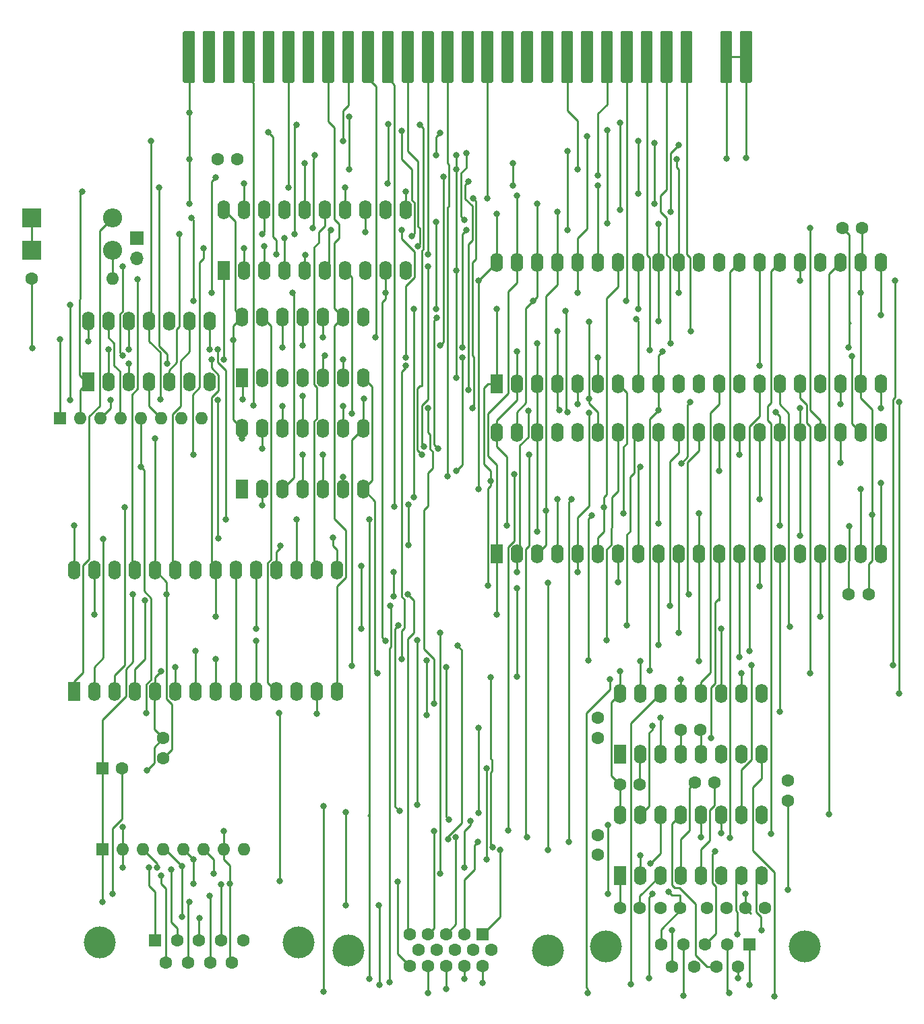
<source format=gbr>
%TF.GenerationSoftware,KiCad,Pcbnew,(5.1.10)-1*%
%TF.CreationDate,2024-03-27T07:56:36+01:00*%
%TF.ProjectId,KIM,4b494d2e-6b69-4636-9164-5f7063625858,rev?*%
%TF.SameCoordinates,Original*%
%TF.FileFunction,Copper,L2,Bot*%
%TF.FilePolarity,Positive*%
%FSLAX46Y46*%
G04 Gerber Fmt 4.6, Leading zero omitted, Abs format (unit mm)*
G04 Created by KiCad (PCBNEW (5.1.10)-1) date 2024-03-27 07:56:36*
%MOMM*%
%LPD*%
G01*
G04 APERTURE LIST*
%TA.AperFunction,ComponentPad*%
%ADD10C,4.000000*%
%TD*%
%TA.AperFunction,ComponentPad*%
%ADD11C,1.600000*%
%TD*%
%TA.AperFunction,ComponentPad*%
%ADD12R,1.600000X1.600000*%
%TD*%
%TA.AperFunction,ComponentPad*%
%ADD13O,1.600000X1.600000*%
%TD*%
%TA.AperFunction,ComponentPad*%
%ADD14O,1.700000X1.700000*%
%TD*%
%TA.AperFunction,ComponentPad*%
%ADD15R,1.700000X1.700000*%
%TD*%
%TA.AperFunction,ComponentPad*%
%ADD16R,2.400000X2.400000*%
%TD*%
%TA.AperFunction,ComponentPad*%
%ADD17O,2.400000X2.400000*%
%TD*%
%TA.AperFunction,ComponentPad*%
%ADD18R,1.600000X2.400000*%
%TD*%
%TA.AperFunction,ComponentPad*%
%ADD19O,1.600000X2.400000*%
%TD*%
%TA.AperFunction,ViaPad*%
%ADD20C,0.800000*%
%TD*%
%TA.AperFunction,Conductor*%
%ADD21C,0.250000*%
%TD*%
G04 APERTURE END LIST*
D10*
%TO.P,J4,0*%
%TO.N,N/C*%
X129038000Y-129332000D03*
X104038000Y-129332000D03*
D11*
%TO.P,J4,9*%
%TO.N,Net-(J4-Pad9)*%
X120693000Y-131872000D03*
%TO.P,J4,8*%
%TO.N,GND*%
X117923000Y-131872000D03*
%TO.P,J4,7*%
%TO.N,+5P*%
X115153000Y-131872000D03*
%TO.P,J4,6*%
%TO.N,Net-(J4-Pad6)*%
X112383000Y-131872000D03*
%TO.P,J4,5*%
%TO.N,N/C*%
X122078000Y-129032000D03*
%TO.P,J4,4*%
%TO.N,Net-(J4-Pad4)*%
X119308000Y-129032000D03*
%TO.P,J4,3*%
%TO.N,Net-(J4-Pad3)*%
X116538000Y-129032000D03*
%TO.P,J4,2*%
%TO.N,Net-(J4-Pad2)*%
X113768000Y-129032000D03*
D12*
%TO.P,J4,1*%
%TO.N,Net-(J4-Pad1)*%
X110998000Y-129032000D03*
%TD*%
D10*
%TO.P,J3,0*%
%TO.N,N/C*%
X192634000Y-129840000D03*
X167634000Y-129840000D03*
D11*
%TO.P,J3,9*%
%TO.N,Net-(J3-Pad9)*%
X175979000Y-132380000D03*
%TO.P,J3,8*%
%TO.N,Net-(J3-Pad8)*%
X178749000Y-132380000D03*
%TO.P,J3,7*%
%TO.N,Net-(J3-Pad7)*%
X181519000Y-132380000D03*
%TO.P,J3,6*%
%TO.N,Net-(J3-Pad6)*%
X184289000Y-132380000D03*
%TO.P,J3,5*%
%TO.N,GND*%
X174594000Y-129540000D03*
%TO.P,J3,4*%
%TO.N,Net-(J3-Pad4)*%
X177364000Y-129540000D03*
%TO.P,J3,3*%
%TO.N,Net-(J3-Pad3)*%
X180134000Y-129540000D03*
%TO.P,J3,2*%
%TO.N,Net-(J3-Pad2)*%
X182904000Y-129540000D03*
D12*
%TO.P,J3,1*%
%TO.N,Net-(J3-Pad1)*%
X185674000Y-129540000D03*
%TD*%
D10*
%TO.P,J2,0*%
%TO.N,N/C*%
X160331000Y-130320000D03*
X135331000Y-130320000D03*
D11*
%TO.P,J2,15*%
%TO.N,Net-(J2-Pad15)*%
X142986000Y-132230000D03*
%TO.P,J2,14*%
%TO.N,Net-(J2-Pad14)*%
X145276000Y-132230000D03*
%TO.P,J2,13*%
%TO.N,Net-(J2-Pad13)*%
X147566000Y-132230000D03*
%TO.P,J2,12*%
%TO.N,Net-(J2-Pad12)*%
X149856000Y-132230000D03*
%TO.P,J2,11*%
%TO.N,Net-(J2-Pad11)*%
X152146000Y-132230000D03*
%TO.P,J2,10*%
%TO.N,GND*%
X144131000Y-130250000D03*
%TO.P,J2,9*%
X146421000Y-130250000D03*
%TO.P,J2,8*%
X148711000Y-130250000D03*
%TO.P,J2,7*%
X151001000Y-130250000D03*
%TO.P,J2,6*%
X153291000Y-130250000D03*
%TO.P,J2,5*%
%TO.N,Net-(J2-Pad5)*%
X142986000Y-128270000D03*
%TO.P,J2,4*%
%TO.N,Net-(J2-Pad4)*%
X145276000Y-128270000D03*
%TO.P,J2,3*%
%TO.N,Net-(J2-Pad3)*%
X147566000Y-128270000D03*
%TO.P,J2,2*%
%TO.N,Net-(J2-Pad2)*%
X149856000Y-128270000D03*
D12*
%TO.P,J2,1*%
%TO.N,Net-(J2-Pad1)*%
X152146000Y-128270000D03*
%TD*%
%TO.P,XM1,15A*%
%TO.N,N/C*%
%TA.AperFunction,SMDPad,CuDef*%
G36*
G01*
X149526000Y-21238000D02*
X149526000Y-15038000D01*
G75*
G02*
X149676000Y-14888000I150000J0D01*
G01*
X150876000Y-14888000D01*
G75*
G02*
X151026000Y-15038000I0J-150000D01*
G01*
X151026000Y-21238000D01*
G75*
G02*
X150876000Y-21388000I-150000J0D01*
G01*
X149676000Y-21388000D01*
G75*
G02*
X149526000Y-21238000I0J150000D01*
G01*
G37*
%TD.AperFunction*%
%TO.P,XM1,20A*%
%TO.N,~RESET*%
%TA.AperFunction,SMDPad,CuDef*%
G36*
G01*
X137026000Y-21238000D02*
X137026000Y-15038000D01*
G75*
G02*
X137176000Y-14888000I150000J0D01*
G01*
X138376000Y-14888000D01*
G75*
G02*
X138526000Y-15038000I0J-150000D01*
G01*
X138526000Y-21238000D01*
G75*
G02*
X138376000Y-21388000I-150000J0D01*
G01*
X137176000Y-21388000D01*
G75*
G02*
X137026000Y-21238000I0J150000D01*
G01*
G37*
%TD.AperFunction*%
%TO.P,XM1,22A*%
%TO.N,~M1*%
%TA.AperFunction,SMDPad,CuDef*%
G36*
G01*
X132026000Y-21238000D02*
X132026000Y-15038000D01*
G75*
G02*
X132176000Y-14888000I150000J0D01*
G01*
X133376000Y-14888000D01*
G75*
G02*
X133526000Y-15038000I0J-150000D01*
G01*
X133526000Y-21238000D01*
G75*
G02*
X133376000Y-21388000I-150000J0D01*
G01*
X132176000Y-21388000D01*
G75*
G02*
X132026000Y-21238000I0J150000D01*
G01*
G37*
%TD.AperFunction*%
%TO.P,XM1,23A*%
%TO.N,N/C*%
%TA.AperFunction,SMDPad,CuDef*%
G36*
G01*
X129526000Y-21238000D02*
X129526000Y-15038000D01*
G75*
G02*
X129676000Y-14888000I150000J0D01*
G01*
X130876000Y-14888000D01*
G75*
G02*
X131026000Y-15038000I0J-150000D01*
G01*
X131026000Y-21238000D01*
G75*
G02*
X130876000Y-21388000I-150000J0D01*
G01*
X129676000Y-21388000D01*
G75*
G02*
X129526000Y-21238000I0J150000D01*
G01*
G37*
%TD.AperFunction*%
%TO.P,XM1,25A*%
%TA.AperFunction,SMDPad,CuDef*%
G36*
G01*
X124526000Y-21238000D02*
X124526000Y-15038000D01*
G75*
G02*
X124676000Y-14888000I150000J0D01*
G01*
X125876000Y-14888000D01*
G75*
G02*
X126026000Y-15038000I0J-150000D01*
G01*
X126026000Y-21238000D01*
G75*
G02*
X125876000Y-21388000I-150000J0D01*
G01*
X124676000Y-21388000D01*
G75*
G02*
X124526000Y-21238000I0J150000D01*
G01*
G37*
%TD.AperFunction*%
%TO.P,XM1,27A*%
%TA.AperFunction,SMDPad,CuDef*%
G36*
G01*
X119526000Y-21238000D02*
X119526000Y-15038000D01*
G75*
G02*
X119676000Y-14888000I150000J0D01*
G01*
X120876000Y-14888000D01*
G75*
G02*
X121026000Y-15038000I0J-150000D01*
G01*
X121026000Y-21238000D01*
G75*
G02*
X120876000Y-21388000I-150000J0D01*
G01*
X119676000Y-21388000D01*
G75*
G02*
X119526000Y-21238000I0J150000D01*
G01*
G37*
%TD.AperFunction*%
%TO.P,XM1,28A*%
%TA.AperFunction,SMDPad,CuDef*%
G36*
G01*
X117026000Y-21238000D02*
X117026000Y-15038000D01*
G75*
G02*
X117176000Y-14888000I150000J0D01*
G01*
X118376000Y-14888000D01*
G75*
G02*
X118526000Y-15038000I0J-150000D01*
G01*
X118526000Y-21238000D01*
G75*
G02*
X118376000Y-21388000I-150000J0D01*
G01*
X117176000Y-21388000D01*
G75*
G02*
X117026000Y-21238000I0J150000D01*
G01*
G37*
%TD.AperFunction*%
%TO.P,XM1,10A*%
%TO.N,IEO*%
%TA.AperFunction,SMDPad,CuDef*%
G36*
G01*
X162026000Y-21238000D02*
X162026000Y-15038000D01*
G75*
G02*
X162176000Y-14888000I150000J0D01*
G01*
X163376000Y-14888000D01*
G75*
G02*
X163526000Y-15038000I0J-150000D01*
G01*
X163526000Y-21238000D01*
G75*
G02*
X163376000Y-21388000I-150000J0D01*
G01*
X162176000Y-21388000D01*
G75*
G02*
X162026000Y-21238000I0J150000D01*
G01*
G37*
%TD.AperFunction*%
%TO.P,XM1,11A*%
%TO.N,N/C*%
%TA.AperFunction,SMDPad,CuDef*%
G36*
G01*
X159526000Y-21238000D02*
X159526000Y-15038000D01*
G75*
G02*
X159676000Y-14888000I150000J0D01*
G01*
X160876000Y-14888000D01*
G75*
G02*
X161026000Y-15038000I0J-150000D01*
G01*
X161026000Y-21238000D01*
G75*
G02*
X160876000Y-21388000I-150000J0D01*
G01*
X159676000Y-21388000D01*
G75*
G02*
X159526000Y-21238000I0J150000D01*
G01*
G37*
%TD.AperFunction*%
%TO.P,XM1,12A*%
%TA.AperFunction,SMDPad,CuDef*%
G36*
G01*
X157026000Y-21238000D02*
X157026000Y-15038000D01*
G75*
G02*
X157176000Y-14888000I150000J0D01*
G01*
X158376000Y-14888000D01*
G75*
G02*
X158526000Y-15038000I0J-150000D01*
G01*
X158526000Y-21238000D01*
G75*
G02*
X158376000Y-21388000I-150000J0D01*
G01*
X157176000Y-21388000D01*
G75*
G02*
X157026000Y-21238000I0J150000D01*
G01*
G37*
%TD.AperFunction*%
%TO.P,XM1,13A*%
%TA.AperFunction,SMDPad,CuDef*%
G36*
G01*
X154526000Y-21238000D02*
X154526000Y-15038000D01*
G75*
G02*
X154676000Y-14888000I150000J0D01*
G01*
X155876000Y-14888000D01*
G75*
G02*
X156026000Y-15038000I0J-150000D01*
G01*
X156026000Y-21238000D01*
G75*
G02*
X155876000Y-21388000I-150000J0D01*
G01*
X154676000Y-21388000D01*
G75*
G02*
X154526000Y-21238000I0J150000D01*
G01*
G37*
%TD.AperFunction*%
%TO.P,XM1,14A*%
%TO.N,AB8*%
%TA.AperFunction,SMDPad,CuDef*%
G36*
G01*
X152026000Y-21238000D02*
X152026000Y-15038000D01*
G75*
G02*
X152176000Y-14888000I150000J0D01*
G01*
X153376000Y-14888000D01*
G75*
G02*
X153526000Y-15038000I0J-150000D01*
G01*
X153526000Y-21238000D01*
G75*
G02*
X153376000Y-21388000I-150000J0D01*
G01*
X152176000Y-21388000D01*
G75*
G02*
X152026000Y-21238000I0J150000D01*
G01*
G37*
%TD.AperFunction*%
%TO.P,XM1,16A*%
%TO.N,AB6*%
%TA.AperFunction,SMDPad,CuDef*%
G36*
G01*
X147026000Y-21238000D02*
X147026000Y-15038000D01*
G75*
G02*
X147176000Y-14888000I150000J0D01*
G01*
X148376000Y-14888000D01*
G75*
G02*
X148526000Y-15038000I0J-150000D01*
G01*
X148526000Y-21238000D01*
G75*
G02*
X148376000Y-21388000I-150000J0D01*
G01*
X147176000Y-21388000D01*
G75*
G02*
X147026000Y-21238000I0J150000D01*
G01*
G37*
%TD.AperFunction*%
%TO.P,XM1,17A*%
%TO.N,AB4*%
%TA.AperFunction,SMDPad,CuDef*%
G36*
G01*
X144526000Y-21238000D02*
X144526000Y-15038000D01*
G75*
G02*
X144676000Y-14888000I150000J0D01*
G01*
X145876000Y-14888000D01*
G75*
G02*
X146026000Y-15038000I0J-150000D01*
G01*
X146026000Y-21238000D01*
G75*
G02*
X145876000Y-21388000I-150000J0D01*
G01*
X144676000Y-21388000D01*
G75*
G02*
X144526000Y-21238000I0J150000D01*
G01*
G37*
%TD.AperFunction*%
%TO.P,XM1,18A*%
%TO.N,AB2*%
%TA.AperFunction,SMDPad,CuDef*%
G36*
G01*
X142026000Y-21238000D02*
X142026000Y-15038000D01*
G75*
G02*
X142176000Y-14888000I150000J0D01*
G01*
X143376000Y-14888000D01*
G75*
G02*
X143526000Y-15038000I0J-150000D01*
G01*
X143526000Y-21238000D01*
G75*
G02*
X143376000Y-21388000I-150000J0D01*
G01*
X142176000Y-21388000D01*
G75*
G02*
X142026000Y-21238000I0J150000D01*
G01*
G37*
%TD.AperFunction*%
%TO.P,XM1,19A*%
%TO.N,AB0*%
%TA.AperFunction,SMDPad,CuDef*%
G36*
G01*
X139526000Y-21238000D02*
X139526000Y-15038000D01*
G75*
G02*
X139676000Y-14888000I150000J0D01*
G01*
X140876000Y-14888000D01*
G75*
G02*
X141026000Y-15038000I0J-150000D01*
G01*
X141026000Y-21238000D01*
G75*
G02*
X140876000Y-21388000I-150000J0D01*
G01*
X139676000Y-21388000D01*
G75*
G02*
X139526000Y-21238000I0J150000D01*
G01*
G37*
%TD.AperFunction*%
%TO.P,XM1,1A*%
%TO.N,GND*%
%TA.AperFunction,SMDPad,CuDef*%
G36*
G01*
X184526000Y-21238000D02*
X184526000Y-15038000D01*
G75*
G02*
X184676000Y-14888000I150000J0D01*
G01*
X185876000Y-14888000D01*
G75*
G02*
X186026000Y-15038000I0J-150000D01*
G01*
X186026000Y-21238000D01*
G75*
G02*
X185876000Y-21388000I-150000J0D01*
G01*
X184676000Y-21388000D01*
G75*
G02*
X184526000Y-21238000I0J150000D01*
G01*
G37*
%TD.AperFunction*%
%TO.P,XM1,21A*%
%TO.N,TAKT*%
%TA.AperFunction,SMDPad,CuDef*%
G36*
G01*
X134526000Y-21238000D02*
X134526000Y-15038000D01*
G75*
G02*
X134676000Y-14888000I150000J0D01*
G01*
X135876000Y-14888000D01*
G75*
G02*
X136026000Y-15038000I0J-150000D01*
G01*
X136026000Y-21238000D01*
G75*
G02*
X135876000Y-21388000I-150000J0D01*
G01*
X134676000Y-21388000D01*
G75*
G02*
X134526000Y-21238000I0J150000D01*
G01*
G37*
%TD.AperFunction*%
%TO.P,XM1,24A*%
%TO.N,MEO*%
%TA.AperFunction,SMDPad,CuDef*%
G36*
G01*
X127026000Y-21238000D02*
X127026000Y-15038000D01*
G75*
G02*
X127176000Y-14888000I150000J0D01*
G01*
X128376000Y-14888000D01*
G75*
G02*
X128526000Y-15038000I0J-150000D01*
G01*
X128526000Y-21238000D01*
G75*
G02*
X128376000Y-21388000I-150000J0D01*
G01*
X127176000Y-21388000D01*
G75*
G02*
X127026000Y-21238000I0J150000D01*
G01*
G37*
%TD.AperFunction*%
%TO.P,XM1,26A*%
%TO.N,~MAD*%
%TA.AperFunction,SMDPad,CuDef*%
G36*
G01*
X122026000Y-21238000D02*
X122026000Y-15038000D01*
G75*
G02*
X122176000Y-14888000I150000J0D01*
G01*
X123376000Y-14888000D01*
G75*
G02*
X123526000Y-15038000I0J-150000D01*
G01*
X123526000Y-21238000D01*
G75*
G02*
X123376000Y-21388000I-150000J0D01*
G01*
X122176000Y-21388000D01*
G75*
G02*
X122026000Y-21238000I0J150000D01*
G01*
G37*
%TD.AperFunction*%
%TO.P,XM1,29A*%
%TO.N,+5P*%
%TA.AperFunction,SMDPad,CuDef*%
G36*
G01*
X114526000Y-21238000D02*
X114526000Y-15038000D01*
G75*
G02*
X114676000Y-14888000I150000J0D01*
G01*
X115876000Y-14888000D01*
G75*
G02*
X116026000Y-15038000I0J-150000D01*
G01*
X116026000Y-21238000D01*
G75*
G02*
X115876000Y-21388000I-150000J0D01*
G01*
X114676000Y-21388000D01*
G75*
G02*
X114526000Y-21238000I0J150000D01*
G01*
G37*
%TD.AperFunction*%
%TO.P,XM1,2A*%
%TO.N,GND*%
%TA.AperFunction,SMDPad,CuDef*%
G36*
G01*
X182026000Y-21238000D02*
X182026000Y-15038000D01*
G75*
G02*
X182176000Y-14888000I150000J0D01*
G01*
X183376000Y-14888000D01*
G75*
G02*
X183526000Y-15038000I0J-150000D01*
G01*
X183526000Y-21238000D01*
G75*
G02*
X183376000Y-21388000I-150000J0D01*
G01*
X182176000Y-21388000D01*
G75*
G02*
X182026000Y-21238000I0J150000D01*
G01*
G37*
%TD.AperFunction*%
%TO.P,XM1,4A*%
%TO.N,DB7*%
%TA.AperFunction,SMDPad,CuDef*%
G36*
G01*
X177026000Y-21238000D02*
X177026000Y-15038000D01*
G75*
G02*
X177176000Y-14888000I150000J0D01*
G01*
X178376000Y-14888000D01*
G75*
G02*
X178526000Y-15038000I0J-150000D01*
G01*
X178526000Y-21238000D01*
G75*
G02*
X178376000Y-21388000I-150000J0D01*
G01*
X177176000Y-21388000D01*
G75*
G02*
X177026000Y-21238000I0J150000D01*
G01*
G37*
%TD.AperFunction*%
%TO.P,XM1,5A*%
%TO.N,DB5*%
%TA.AperFunction,SMDPad,CuDef*%
G36*
G01*
X174526000Y-21238000D02*
X174526000Y-15038000D01*
G75*
G02*
X174676000Y-14888000I150000J0D01*
G01*
X175876000Y-14888000D01*
G75*
G02*
X176026000Y-15038000I0J-150000D01*
G01*
X176026000Y-21238000D01*
G75*
G02*
X175876000Y-21388000I-150000J0D01*
G01*
X174676000Y-21388000D01*
G75*
G02*
X174526000Y-21238000I0J150000D01*
G01*
G37*
%TD.AperFunction*%
%TO.P,XM1,6A*%
%TO.N,DB3*%
%TA.AperFunction,SMDPad,CuDef*%
G36*
G01*
X172026000Y-21238000D02*
X172026000Y-15038000D01*
G75*
G02*
X172176000Y-14888000I150000J0D01*
G01*
X173376000Y-14888000D01*
G75*
G02*
X173526000Y-15038000I0J-150000D01*
G01*
X173526000Y-21238000D01*
G75*
G02*
X173376000Y-21388000I-150000J0D01*
G01*
X172176000Y-21388000D01*
G75*
G02*
X172026000Y-21238000I0J150000D01*
G01*
G37*
%TD.AperFunction*%
%TO.P,XM1,7A*%
%TO.N,DB1*%
%TA.AperFunction,SMDPad,CuDef*%
G36*
G01*
X169526000Y-21238000D02*
X169526000Y-15038000D01*
G75*
G02*
X169676000Y-14888000I150000J0D01*
G01*
X170876000Y-14888000D01*
G75*
G02*
X171026000Y-15038000I0J-150000D01*
G01*
X171026000Y-21238000D01*
G75*
G02*
X170876000Y-21388000I-150000J0D01*
G01*
X169676000Y-21388000D01*
G75*
G02*
X169526000Y-21238000I0J150000D01*
G01*
G37*
%TD.AperFunction*%
%TO.P,XM1,8A*%
%TO.N,~WR*%
%TA.AperFunction,SMDPad,CuDef*%
G36*
G01*
X167026000Y-21238000D02*
X167026000Y-15038000D01*
G75*
G02*
X167176000Y-14888000I150000J0D01*
G01*
X168376000Y-14888000D01*
G75*
G02*
X168526000Y-15038000I0J-150000D01*
G01*
X168526000Y-21238000D01*
G75*
G02*
X168376000Y-21388000I-150000J0D01*
G01*
X167176000Y-21388000D01*
G75*
G02*
X167026000Y-21238000I0J150000D01*
G01*
G37*
%TD.AperFunction*%
%TO.P,XM1,9A*%
%TO.N,N/C*%
%TA.AperFunction,SMDPad,CuDef*%
G36*
G01*
X164526000Y-21238000D02*
X164526000Y-15038000D01*
G75*
G02*
X164676000Y-14888000I150000J0D01*
G01*
X165876000Y-14888000D01*
G75*
G02*
X166026000Y-15038000I0J-150000D01*
G01*
X166026000Y-21238000D01*
G75*
G02*
X165876000Y-21388000I-150000J0D01*
G01*
X164676000Y-21388000D01*
G75*
G02*
X164526000Y-21238000I0J150000D01*
G01*
G37*
%TD.AperFunction*%
%TD*%
D13*
%TO.P,RN2,8*%
%TO.N,N/C*%
X122174000Y-117602000D03*
%TO.P,RN2,7*%
%TO.N,Net-(J4-Pad9)*%
X119634000Y-117602000D03*
%TO.P,RN2,6*%
%TO.N,Net-(J4-Pad6)*%
X117094000Y-117602000D03*
%TO.P,RN2,5*%
%TO.N,Net-(J4-Pad4)*%
X114554000Y-117602000D03*
%TO.P,RN2,4*%
%TO.N,Net-(J4-Pad3)*%
X112014000Y-117602000D03*
%TO.P,RN2,3*%
%TO.N,Net-(J4-Pad2)*%
X109474000Y-117602000D03*
%TO.P,RN2,2*%
%TO.N,Net-(J4-Pad1)*%
X106934000Y-117602000D03*
D12*
%TO.P,RN2,1*%
%TO.N,+5P*%
X104394000Y-117602000D03*
%TD*%
D14*
%TO.P,J1,2*%
%TO.N,Net-(IC1-Pad21)*%
X108712000Y-43434000D03*
D15*
%TO.P,J1,1*%
%TO.N,~BI*%
X108712000Y-40894000D03*
%TD*%
D11*
%TO.P,C5,2*%
%TO.N,GND*%
X106894000Y-107442000D03*
D12*
%TO.P,C5,1*%
%TO.N,+5P*%
X104394000Y-107442000D03*
%TD*%
D11*
%TO.P,C4,2*%
%TO.N,GND*%
X121372000Y-30988000D03*
%TO.P,C4,1*%
%TO.N,+5P*%
X118872000Y-30988000D03*
%TD*%
%TO.P,C3,2*%
%TO.N,GND*%
X200660000Y-85598000D03*
%TO.P,C3,1*%
%TO.N,+5P*%
X198160000Y-85598000D03*
%TD*%
%TO.P,C2,2*%
%TO.N,GND*%
X112014000Y-103672000D03*
%TO.P,C2,1*%
%TO.N,+5P*%
X112014000Y-106172000D03*
%TD*%
%TO.P,C1,2*%
%TO.N,GND*%
X199858000Y-39624000D03*
%TO.P,C1,1*%
%TO.N,+5P*%
X197358000Y-39624000D03*
%TD*%
%TO.P,C6,2*%
%TO.N,GND*%
X176998000Y-124968000D03*
%TO.P,C6,1*%
%TO.N,+5P*%
X174498000Y-124968000D03*
%TD*%
%TO.P,C7,1*%
%TO.N,Net-(C7-Pad1)*%
X169418000Y-124968000D03*
%TO.P,C7,2*%
%TO.N,Net-(C7-Pad2)*%
X171918000Y-124968000D03*
%TD*%
%TO.P,C8,2*%
%TO.N,GND*%
X182840000Y-124968000D03*
%TO.P,C8,1*%
%TO.N,+5P*%
X180340000Y-124968000D03*
%TD*%
%TO.P,C9,1*%
%TO.N,Net-(C9-Pad1)*%
X166624000Y-103632000D03*
%TO.P,C9,2*%
%TO.N,Net-(C9-Pad2)*%
X166624000Y-101132000D03*
%TD*%
%TO.P,C10,2*%
%TO.N,Net-(C10-Pad2)*%
X181316000Y-109220000D03*
%TO.P,C10,1*%
%TO.N,Net-(C10-Pad1)*%
X178816000Y-109220000D03*
%TD*%
%TO.P,C11,1*%
%TO.N,GND*%
X185166000Y-124968000D03*
%TO.P,C11,2*%
%TO.N,Net-(C11-Pad2)*%
X187666000Y-124968000D03*
%TD*%
%TO.P,C12,1*%
%TO.N,Net-(C12-Pad1)*%
X177038000Y-102616000D03*
%TO.P,C12,2*%
%TO.N,Net-(C12-Pad2)*%
X179538000Y-102616000D03*
%TD*%
%TO.P,C13,2*%
%TO.N,Net-(C13-Pad2)*%
X166624000Y-118324000D03*
%TO.P,C13,1*%
%TO.N,+5P*%
X166624000Y-115824000D03*
%TD*%
%TO.P,C14,1*%
%TO.N,GND*%
X190500000Y-111506000D03*
%TO.P,C14,2*%
%TO.N,Net-(C14-Pad2)*%
X190500000Y-109006000D03*
%TD*%
%TO.P,C15,2*%
%TO.N,Net-(C15-Pad2)*%
X171918000Y-109474000D03*
%TO.P,C15,1*%
%TO.N,+5P*%
X169418000Y-109474000D03*
%TD*%
D16*
%TO.P,D1,1*%
%TO.N,Net-(D1-Pad1)*%
X95504000Y-42418000D03*
D17*
%TO.P,D1,2*%
%TO.N,DB0*%
X105664000Y-42418000D03*
%TD*%
%TO.P,D2,2*%
%TO.N,DB4*%
X105664000Y-38354000D03*
D16*
%TO.P,D2,1*%
%TO.N,Net-(D1-Pad1)*%
X95504000Y-38354000D03*
%TD*%
D18*
%TO.P,IC1,1*%
%TO.N,DB4*%
X100838000Y-97790000D03*
D19*
%TO.P,IC1,15*%
%TO.N,TAKT*%
X133858000Y-82550000D03*
%TO.P,IC1,2*%
%TO.N,DB5*%
X103378000Y-97790000D03*
%TO.P,IC1,16*%
%TO.N,Net-(IC1-Pad16)*%
X131318000Y-82550000D03*
%TO.P,IC1,3*%
%TO.N,DB6*%
X105918000Y-97790000D03*
%TO.P,IC1,17*%
%TO.N,~RESET*%
X128778000Y-82550000D03*
%TO.P,IC1,4*%
%TO.N,DB7*%
X108458000Y-97790000D03*
%TO.P,IC1,18*%
%TO.N,A0*%
X126238000Y-82550000D03*
%TO.P,IC1,5*%
%TO.N,GND*%
X110998000Y-97790000D03*
%TO.P,IC1,19*%
%TO.N,A1*%
X123698000Y-82550000D03*
%TO.P,IC1,6*%
%TO.N,~RD*%
X113538000Y-97790000D03*
%TO.P,IC1,20*%
%TO.N,Net-(IC1-Pad20)*%
X121158000Y-82550000D03*
%TO.P,IC1,7*%
%TO.N,Net-(IC1-Pad7)*%
X116078000Y-97790000D03*
%TO.P,IC1,21*%
%TO.N,Net-(IC1-Pad21)*%
X118618000Y-82550000D03*
%TO.P,IC1,8*%
%TO.N,Net-(IC1-Pad8)*%
X118618000Y-97790000D03*
%TO.P,IC1,22*%
%TO.N,Net-(IC1-Pad22)*%
X116078000Y-82550000D03*
%TO.P,IC1,9*%
%TO.N,Net-(IC1-Pad20)*%
X121158000Y-97790000D03*
%TO.P,IC1,23*%
%TO.N,Net-(IC1-Pad22)*%
X113538000Y-82550000D03*
%TO.P,IC1,10*%
%TO.N,~IORQ*%
X123698000Y-97790000D03*
%TO.P,IC1,24*%
%TO.N,+5P*%
X110998000Y-82550000D03*
%TO.P,IC1,11*%
%TO.N,Net-(IC1-Pad11)*%
X126238000Y-97790000D03*
%TO.P,IC1,25*%
%TO.N,DB0*%
X108458000Y-82550000D03*
%TO.P,IC1,12*%
%TO.N,~INT*%
X128778000Y-97790000D03*
%TO.P,IC1,26*%
%TO.N,DB1*%
X105918000Y-82550000D03*
%TO.P,IC1,13*%
%TO.N,Net-(IC1-Pad13)*%
X131318000Y-97790000D03*
%TO.P,IC1,27*%
%TO.N,DB2*%
X103378000Y-82550000D03*
%TO.P,IC1,14*%
%TO.N,~M1*%
X133858000Y-97790000D03*
%TO.P,IC1,28*%
%TO.N,DB3*%
X100838000Y-82550000D03*
%TD*%
D18*
%TO.P,IC2,1*%
%TO.N,DB1*%
X153924000Y-59182000D03*
D19*
%TO.P,IC2,21*%
%TO.N,~RESET*%
X202184000Y-43942000D03*
%TO.P,IC2,2*%
%TO.N,DB3*%
X156464000Y-59182000D03*
%TO.P,IC2,22*%
%TO.N,GND*%
X199644000Y-43942000D03*
%TO.P,IC2,3*%
%TO.N,DB5*%
X159004000Y-59182000D03*
%TO.P,IC2,23*%
%TO.N,Net-(IC2-Pad23)*%
X197104000Y-43942000D03*
%TO.P,IC2,4*%
%TO.N,DB7*%
X161544000Y-59182000D03*
%TO.P,IC2,24*%
%TO.N,N/C*%
X194564000Y-43942000D03*
%TO.P,IC2,5*%
%TO.N,~INT*%
X164084000Y-59182000D03*
%TO.P,IC2,25*%
%TO.N,Net-(IC2-Pad25)*%
X192024000Y-43942000D03*
%TO.P,IC2,6*%
%TO.N,Net-(IC2-Pad6)*%
X166624000Y-59182000D03*
%TO.P,IC2,26*%
%TO.N,Net-(IC2-Pad26)*%
X189484000Y-43942000D03*
%TO.P,IC2,7*%
%TO.N,Net-(IC1-Pad13)*%
X169164000Y-59182000D03*
%TO.P,IC2,27*%
%TO.N,Net-(IC1-Pad8)*%
X186944000Y-43942000D03*
%TO.P,IC2,8*%
%TO.N,~M1*%
X171704000Y-59182000D03*
%TO.P,IC2,28*%
%TO.N,Net-(IC2-Pad28)*%
X184404000Y-43942000D03*
%TO.P,IC2,9*%
%TO.N,+5P*%
X174244000Y-59182000D03*
%TO.P,IC2,29*%
%TO.N,N/C*%
X181864000Y-43942000D03*
%TO.P,IC2,10*%
X176784000Y-59182000D03*
%TO.P,IC2,30*%
X179324000Y-43942000D03*
%TO.P,IC2,11*%
X179324000Y-59182000D03*
%TO.P,IC2,31*%
%TO.N,GND*%
X176784000Y-43942000D03*
%TO.P,IC2,12*%
%TO.N,Net-(IC2-Pad12)*%
X181864000Y-59182000D03*
%TO.P,IC2,32*%
%TO.N,~RD*%
X174244000Y-43942000D03*
%TO.P,IC2,13*%
%TO.N,Net-(IC1-Pad7)*%
X184404000Y-59182000D03*
%TO.P,IC2,33*%
%TO.N,A1*%
X171704000Y-43942000D03*
%TO.P,IC2,14*%
%TO.N,Net-(IC1-Pad7)*%
X186944000Y-59182000D03*
%TO.P,IC2,34*%
%TO.N,A0*%
X169164000Y-43942000D03*
%TO.P,IC2,15*%
%TO.N,Net-(IC2-Pad15)*%
X189484000Y-59182000D03*
%TO.P,IC2,35*%
%TO.N,Net-(IC2-Pad35)*%
X166624000Y-43942000D03*
%TO.P,IC2,16*%
%TO.N,Net-(IC2-Pad16)*%
X192024000Y-59182000D03*
%TO.P,IC2,36*%
%TO.N,~IORQ*%
X164084000Y-43942000D03*
%TO.P,IC2,17*%
%TO.N,N/C*%
X194564000Y-59182000D03*
%TO.P,IC2,37*%
%TO.N,DB6*%
X161544000Y-43942000D03*
%TO.P,IC2,18*%
%TO.N,Net-(IC2-Pad18)*%
X197104000Y-59182000D03*
%TO.P,IC2,38*%
%TO.N,DB4*%
X159004000Y-43942000D03*
%TO.P,IC2,19*%
%TO.N,GND*%
X199644000Y-59182000D03*
%TO.P,IC2,39*%
%TO.N,DB2*%
X156464000Y-43942000D03*
%TO.P,IC2,20*%
%TO.N,TAKT*%
X202184000Y-59182000D03*
%TO.P,IC2,40*%
%TO.N,DB0*%
X153924000Y-43942000D03*
%TD*%
D11*
%TO.P,R1,1*%
%TO.N,Net-(R1-Pad1)*%
X95504000Y-45974000D03*
D13*
%TO.P,R1,2*%
%TO.N,DB0*%
X105664000Y-45974000D03*
%TD*%
D12*
%TO.P,RN1,1*%
%TO.N,+5P*%
X99060000Y-63500000D03*
D13*
%TO.P,RN1,2*%
%TO.N,Net-(RN1-Pad2)*%
X101600000Y-63500000D03*
%TO.P,RN1,3*%
%TO.N,Net-(RN1-Pad3)*%
X104140000Y-63500000D03*
%TO.P,RN1,4*%
%TO.N,Net-(RN1-Pad4)*%
X106680000Y-63500000D03*
%TO.P,RN1,5*%
%TO.N,Net-(J2-Pad15)*%
X109220000Y-63500000D03*
%TO.P,RN1,6*%
%TO.N,Net-(RN1-Pad6)*%
X111760000Y-63500000D03*
%TO.P,RN1,7*%
%TO.N,N/C*%
X114300000Y-63500000D03*
%TO.P,RN1,8*%
X116840000Y-63500000D03*
%TD*%
D18*
%TO.P,U1,1*%
%TO.N,Net-(RN1-Pad2)*%
X102616000Y-58928000D03*
D19*
%TO.P,U1,8*%
%TO.N,Net-(U1-Pad12)*%
X117856000Y-51308000D03*
%TO.P,U1,2*%
%TO.N,Net-(R1-Pad1)*%
X105156000Y-58928000D03*
%TO.P,U1,9*%
%TO.N,Net-(IC1-Pad22)*%
X115316000Y-51308000D03*
%TO.P,U1,3*%
%TO.N,Net-(U1-Pad3)*%
X107696000Y-58928000D03*
%TO.P,U1,10*%
%TO.N,Net-(RN1-Pad3)*%
X112776000Y-51308000D03*
%TO.P,U1,4*%
%TO.N,Net-(RN1-Pad6)*%
X110236000Y-58928000D03*
%TO.P,U1,11*%
%TO.N,TAKT*%
X110236000Y-51308000D03*
%TO.P,U1,5*%
%TO.N,Net-(U1-Pad5)*%
X112776000Y-58928000D03*
%TO.P,U1,12*%
%TO.N,Net-(U1-Pad12)*%
X107696000Y-51308000D03*
%TO.P,U1,6*%
%TO.N,N/C*%
X115316000Y-58928000D03*
%TO.P,U1,13*%
%TO.N,Net-(RN1-Pad4)*%
X105156000Y-51308000D03*
%TO.P,U1,7*%
%TO.N,GND*%
X117856000Y-58928000D03*
%TO.P,U1,14*%
%TO.N,+5P*%
X102616000Y-51308000D03*
%TD*%
%TO.P,U2,14*%
%TO.N,+5P*%
X121920000Y-64770000D03*
%TO.P,U2,7*%
%TO.N,GND*%
X137160000Y-72390000D03*
%TO.P,U2,13*%
%TO.N,Net-(U2-Pad13)*%
X124460000Y-64770000D03*
%TO.P,U2,6*%
%TO.N,AB6*%
X134620000Y-72390000D03*
%TO.P,U2,12*%
%TO.N,~MAD*%
X127000000Y-64770000D03*
%TO.P,U2,5*%
%TO.N,AB5*%
X132080000Y-72390000D03*
%TO.P,U2,11*%
%TO.N,~WR*%
X129540000Y-64770000D03*
%TO.P,U2,4*%
%TO.N,Net-(U2-Pad4)*%
X129540000Y-72390000D03*
%TO.P,U2,10*%
%TO.N,Net-(U2-Pad10)*%
X132080000Y-64770000D03*
%TO.P,U2,3*%
%TO.N,AB1*%
X127000000Y-72390000D03*
%TO.P,U2,9*%
%TO.N,~MAD*%
X134620000Y-64770000D03*
%TO.P,U2,2*%
%TO.N,AB0*%
X124460000Y-72390000D03*
%TO.P,U2,8*%
%TO.N,~RD*%
X137160000Y-64770000D03*
D18*
%TO.P,U2,1*%
%TO.N,Net-(U2-Pad1)*%
X121920000Y-72390000D03*
%TD*%
%TO.P,U3,1*%
%TO.N,AB8*%
X121920000Y-58420000D03*
D19*
%TO.P,U3,8*%
%TO.N,Net-(U3-Pad8)*%
X137160000Y-50800000D03*
%TO.P,U3,2*%
%TO.N,AB9*%
X124460000Y-58420000D03*
%TO.P,U3,9*%
%TO.N,~M1*%
X134620000Y-50800000D03*
%TO.P,U3,3*%
%TO.N,Net-(U3-Pad3)*%
X127000000Y-58420000D03*
%TO.P,U3,10*%
%TO.N,~RESET*%
X132080000Y-50800000D03*
%TO.P,U3,4*%
%TO.N,Net-(U3-Pad3)*%
X129540000Y-58420000D03*
%TO.P,U3,11*%
%TO.N,IEO*%
X129540000Y-50800000D03*
%TO.P,U3,5*%
%TO.N,Net-(U2-Pad1)*%
X132080000Y-58420000D03*
%TO.P,U3,12*%
%TO.N,IEI*%
X127000000Y-50800000D03*
%TO.P,U3,6*%
%TO.N,Net-(U3-Pad6)*%
X134620000Y-58420000D03*
%TO.P,U3,13*%
%TO.N,Net-(IC1-Pad11)*%
X124460000Y-50800000D03*
%TO.P,U3,7*%
%TO.N,GND*%
X137160000Y-58420000D03*
%TO.P,U3,14*%
%TO.N,+5P*%
X121920000Y-50800000D03*
%TD*%
%TO.P,U4,40*%
%TO.N,DB3*%
X153924000Y-65278000D03*
%TO.P,U4,20*%
%TO.N,DB1*%
X202184000Y-80518000D03*
%TO.P,U4,39*%
%TO.N,DB4*%
X156464000Y-65278000D03*
%TO.P,U4,19*%
%TO.N,DB0*%
X199644000Y-80518000D03*
%TO.P,U4,38*%
%TO.N,DB5*%
X159004000Y-65278000D03*
%TO.P,U4,18*%
%TO.N,N/C*%
X197104000Y-80518000D03*
%TO.P,U4,37*%
%TO.N,Net-(U3-Pad8)*%
X161544000Y-65278000D03*
%TO.P,U4,17*%
%TO.N,Net-(IC1-Pad21)*%
X194564000Y-80518000D03*
%TO.P,U4,36*%
%TO.N,N/C*%
X164084000Y-65278000D03*
%TO.P,U4,16*%
%TO.N,Net-(IC1-Pad21)*%
X192024000Y-80518000D03*
%TO.P,U4,35*%
%TO.N,~RD*%
X166624000Y-65278000D03*
%TO.P,U4,15*%
%TO.N,Net-(J4-Pad1)*%
X189484000Y-80518000D03*
%TO.P,U4,34*%
%TO.N,Net-(J2-Pad14)*%
X169164000Y-65278000D03*
%TO.P,U4,14*%
%TO.N,Net-(J4-Pad2)*%
X186944000Y-80518000D03*
%TO.P,U4,33*%
%TO.N,Net-(J2-Pad13)*%
X171704000Y-65278000D03*
%TO.P,U4,13*%
%TO.N,Net-(J4-Pad3)*%
X184404000Y-80518000D03*
%TO.P,U4,32*%
%TO.N,Net-(J2-Pad12)*%
X174244000Y-65278000D03*
%TO.P,U4,12*%
%TO.N,Net-(J4-Pad4)*%
X181864000Y-80518000D03*
%TO.P,U4,31*%
%TO.N,Net-(J2-Pad11)*%
X176784000Y-65278000D03*
%TO.P,U4,11*%
%TO.N,GND*%
X179324000Y-80518000D03*
%TO.P,U4,30*%
%TO.N,Net-(J2-Pad5)*%
X179324000Y-65278000D03*
%TO.P,U4,10*%
%TO.N,Net-(J4-Pad6)*%
X176784000Y-80518000D03*
%TO.P,U4,29*%
%TO.N,Net-(J2-Pad4)*%
X181864000Y-65278000D03*
%TO.P,U4,9*%
%TO.N,Net-(J4-Pad9)*%
X174244000Y-80518000D03*
%TO.P,U4,28*%
%TO.N,Net-(J2-Pad3)*%
X184404000Y-65278000D03*
%TO.P,U4,8*%
%TO.N,Net-(J2-Pad15)*%
X171704000Y-80518000D03*
%TO.P,U4,27*%
%TO.N,Net-(J2-Pad2)*%
X186944000Y-65278000D03*
%TO.P,U4,7*%
%TO.N,Net-(J2-Pad1)*%
X169164000Y-80518000D03*
%TO.P,U4,26*%
%TO.N,+5P*%
X189484000Y-65278000D03*
%TO.P,U4,6*%
%TO.N,A0*%
X166624000Y-80518000D03*
%TO.P,U4,25*%
%TO.N,TAKT*%
X192024000Y-65278000D03*
%TO.P,U4,5*%
%TO.N,A1*%
X164084000Y-80518000D03*
%TO.P,U4,24*%
%TO.N,IEI*%
X194564000Y-65278000D03*
%TO.P,U4,4*%
%TO.N,Net-(U4-Pad4)*%
X161544000Y-80518000D03*
%TO.P,U4,23*%
%TO.N,~INT*%
X197104000Y-65278000D03*
%TO.P,U4,3*%
%TO.N,DB6*%
X159004000Y-80518000D03*
%TO.P,U4,22*%
%TO.N,Net-(IC2-Pad6)*%
X199644000Y-65278000D03*
%TO.P,U4,2*%
%TO.N,DB7*%
X156464000Y-80518000D03*
%TO.P,U4,21*%
%TO.N,N/C*%
X202184000Y-65278000D03*
D18*
%TO.P,U4,1*%
%TO.N,DB2*%
X153924000Y-80518000D03*
%TD*%
%TO.P,U5,1*%
%TO.N,Net-(U3-Pad6)*%
X119634000Y-44958000D03*
D19*
%TO.P,U5,11*%
%TO.N,Net-(RN1-Pad2)*%
X142494000Y-37338000D03*
%TO.P,U5,2*%
%TO.N,Net-(U2-Pad4)*%
X122174000Y-44958000D03*
%TO.P,U5,12*%
%TO.N,Net-(D1-Pad1)*%
X139954000Y-37338000D03*
%TO.P,U5,3*%
%TO.N,AB2*%
X124714000Y-44958000D03*
%TO.P,U5,13*%
%TO.N,MEI*%
X137414000Y-37338000D03*
%TO.P,U5,4*%
%TO.N,AB3*%
X127254000Y-44958000D03*
%TO.P,U5,14*%
%TO.N,MEO*%
X134874000Y-37338000D03*
%TO.P,U5,5*%
%TO.N,AB4*%
X129794000Y-44958000D03*
%TO.P,U5,15*%
%TO.N,Net-(IC1-Pad16)*%
X132334000Y-37338000D03*
%TO.P,U5,6*%
%TO.N,AB7*%
X132334000Y-44958000D03*
%TO.P,U5,16*%
%TO.N,Net-(IC2-Pad35)*%
X129794000Y-37338000D03*
%TO.P,U5,7*%
%TO.N,Net-(U2-Pad10)*%
X134874000Y-44958000D03*
%TO.P,U5,17*%
%TO.N,Net-(U4-Pad4)*%
X127254000Y-37338000D03*
%TO.P,U5,8*%
%TO.N,Net-(U2-Pad13)*%
X137414000Y-44958000D03*
%TO.P,U5,18*%
%TO.N,Net-(U1-Pad5)*%
X124714000Y-37338000D03*
%TO.P,U5,9*%
%TO.N,~IORQ*%
X139954000Y-44958000D03*
%TO.P,U5,19*%
%TO.N,Net-(U1-Pad3)*%
X122174000Y-37338000D03*
%TO.P,U5,10*%
%TO.N,GND*%
X142494000Y-44958000D03*
%TO.P,U5,20*%
%TO.N,+5P*%
X119634000Y-37338000D03*
%TD*%
D18*
%TO.P,U6,1*%
%TO.N,Net-(C7-Pad1)*%
X169418000Y-120904000D03*
D19*
%TO.P,U6,9*%
%TO.N,Net-(IC2-Pad23)*%
X187198000Y-113284000D03*
%TO.P,U6,2*%
%TO.N,Net-(C13-Pad2)*%
X171958000Y-120904000D03*
%TO.P,U6,10*%
%TO.N,Net-(IC2-Pad25)*%
X184658000Y-113284000D03*
%TO.P,U6,3*%
%TO.N,Net-(C7-Pad2)*%
X174498000Y-120904000D03*
%TO.P,U6,11*%
%TO.N,Net-(IC2-Pad26)*%
X182118000Y-113284000D03*
%TO.P,U6,4*%
%TO.N,Net-(C10-Pad1)*%
X177038000Y-120904000D03*
%TO.P,U6,12*%
%TO.N,Net-(IC2-Pad28)*%
X179578000Y-113284000D03*
%TO.P,U6,5*%
%TO.N,Net-(C10-Pad2)*%
X179578000Y-120904000D03*
%TO.P,U6,13*%
%TO.N,Net-(J3-Pad7)*%
X177038000Y-113284000D03*
%TO.P,U6,6*%
%TO.N,Net-(C11-Pad2)*%
X182118000Y-120904000D03*
%TO.P,U6,14*%
%TO.N,Net-(J3-Pad6)*%
X174498000Y-113284000D03*
%TO.P,U6,7*%
%TO.N,Net-(J3-Pad8)*%
X184658000Y-120904000D03*
%TO.P,U6,15*%
%TO.N,GND*%
X171958000Y-113284000D03*
%TO.P,U6,8*%
%TO.N,Net-(J3-Pad9)*%
X187198000Y-120904000D03*
%TO.P,U6,16*%
%TO.N,+5P*%
X169418000Y-113284000D03*
%TD*%
%TO.P,U7,16*%
%TO.N,+5P*%
X169418000Y-98044000D03*
%TO.P,U7,8*%
%TO.N,Net-(J3-Pad4)*%
X187198000Y-105664000D03*
%TO.P,U7,15*%
%TO.N,GND*%
X171958000Y-98044000D03*
%TO.P,U7,7*%
%TO.N,Net-(J3-Pad3)*%
X184658000Y-105664000D03*
%TO.P,U7,14*%
%TO.N,Net-(J3-Pad1)*%
X174498000Y-98044000D03*
%TO.P,U7,6*%
%TO.N,Net-(C14-Pad2)*%
X182118000Y-105664000D03*
%TO.P,U7,13*%
%TO.N,Net-(J3-Pad2)*%
X177038000Y-98044000D03*
%TO.P,U7,5*%
%TO.N,Net-(C12-Pad2)*%
X179578000Y-105664000D03*
%TO.P,U7,12*%
%TO.N,Net-(IC2-Pad12)*%
X179578000Y-98044000D03*
%TO.P,U7,4*%
%TO.N,Net-(C12-Pad1)*%
X177038000Y-105664000D03*
%TO.P,U7,11*%
%TO.N,Net-(IC2-Pad15)*%
X182118000Y-98044000D03*
%TO.P,U7,3*%
%TO.N,Net-(C9-Pad2)*%
X174498000Y-105664000D03*
%TO.P,U7,10*%
%TO.N,Net-(IC2-Pad16)*%
X184658000Y-98044000D03*
%TO.P,U7,2*%
%TO.N,Net-(C15-Pad2)*%
X171958000Y-105664000D03*
%TO.P,U7,9*%
%TO.N,Net-(IC2-Pad18)*%
X187198000Y-98044000D03*
D18*
%TO.P,U7,1*%
%TO.N,Net-(C9-Pad1)*%
X169418000Y-105664000D03*
%TD*%
D20*
%TO.N,GND*%
X176784000Y-47752000D03*
X201058990Y-75582990D03*
X179324000Y-75438000D03*
X199644000Y-47752000D03*
X135382000Y-25654000D03*
X185289001Y-30864999D03*
X182789001Y-30897001D03*
X176530000Y-30988000D03*
X135382000Y-32258000D03*
X148844000Y-44958000D03*
X148844000Y-32258000D03*
X173482000Y-102108000D03*
X185166000Y-123190000D03*
X190500000Y-122682000D03*
X175514000Y-122936000D03*
X179324000Y-93980000D03*
X171958000Y-93980000D03*
X148844000Y-30480000D03*
X111760000Y-95250000D03*
X138938000Y-95504000D03*
X148844000Y-58420000D03*
X182789001Y-20847001D03*
X185289001Y-20847001D03*
X109982000Y-107696000D03*
X117856000Y-123444000D03*
X105664000Y-123190000D03*
%TO.N,+5P*%
X102616000Y-53848000D03*
X120794999Y-53703001D03*
X115316000Y-36576000D03*
X167894000Y-114554000D03*
X167894000Y-123190000D03*
X174244000Y-62484000D03*
X188976000Y-62738000D03*
X169418000Y-95250000D03*
X173118990Y-95140990D03*
X121920000Y-66040000D03*
X110998000Y-66040000D03*
X115289001Y-25172999D03*
X115289001Y-31014999D03*
X108204000Y-85598000D03*
X112485001Y-85634999D03*
X198229010Y-77071010D03*
X189484000Y-76962000D03*
X174752000Y-55118000D03*
X198120000Y-54610000D03*
X99060000Y-53594000D03*
X104394000Y-124206000D03*
X115316000Y-124206000D03*
%TO.N,Net-(C9-Pad2)*%
X174498000Y-101092000D03*
%TO.N,Net-(C13-Pad2)*%
X171958000Y-118364000D03*
%TO.N,DB0*%
X199644000Y-72390000D03*
X151638000Y-72390000D03*
X108821010Y-46083010D03*
X169418000Y-26416000D03*
X153924000Y-37846000D03*
X169418000Y-37338000D03*
X151638000Y-46228000D03*
%TO.N,DB4*%
X158496000Y-48768000D03*
X115570000Y-38354000D03*
X115824000Y-48768000D03*
X173764501Y-28984501D03*
X159004000Y-36576000D03*
X173764501Y-36547499D03*
%TO.N,TAKT*%
X202184000Y-62230000D03*
X192024000Y-62230000D03*
X111650990Y-61104990D03*
X134620000Y-28702000D03*
X110490000Y-28702000D03*
X133350000Y-78486000D03*
X118872000Y-61214000D03*
X192024000Y-78232000D03*
X118999000Y-78613000D03*
%TO.N,DB5*%
X175768000Y-54102000D03*
X159004000Y-54102000D03*
X104503010Y-78630990D03*
X159004000Y-77724000D03*
%TO.N,DB6*%
X176784000Y-29210000D03*
X175804999Y-37555001D03*
X161544000Y-37592000D03*
X107188000Y-74676000D03*
X160129010Y-75074990D03*
%TO.N,~RESET*%
X202184000Y-50546000D03*
X132080000Y-53340000D03*
X138684000Y-53340000D03*
X118872000Y-54864000D03*
X119888000Y-76200000D03*
X128778000Y-76200000D03*
%TO.N,DB7*%
X161544000Y-52578000D03*
X178308000Y-52578000D03*
X109728000Y-86360000D03*
X161798000Y-62484000D03*
X157878990Y-62593010D03*
X140970000Y-85852000D03*
X140970000Y-82804000D03*
X156464000Y-82804000D03*
%TO.N,A0*%
X167386000Y-74676000D03*
X142820011Y-74349989D03*
X142820011Y-79429989D03*
X126746000Y-79502000D03*
%TO.N,A1*%
X171704000Y-49784000D03*
X162560000Y-50038000D03*
X164084000Y-82804000D03*
X136906000Y-82042000D03*
X123698000Y-89916000D03*
X136906000Y-89916000D03*
X165498990Y-62847010D03*
X162814000Y-62738000D03*
%TO.N,~RD*%
X174244000Y-51308000D03*
X165498990Y-51417010D03*
X167789001Y-27327001D03*
X167789001Y-39011001D03*
X174244000Y-39116000D03*
X113538000Y-94742000D03*
X135745010Y-94597010D03*
X165498990Y-61069010D03*
X137269010Y-61069010D03*
%TO.N,Net-(IC1-Pad7)*%
X116078000Y-92710000D03*
X185674000Y-92710000D03*
%TO.N,Net-(IC1-Pad21)*%
X118618000Y-88392000D03*
X194564000Y-88392000D03*
X106934000Y-44450000D03*
X106934000Y-55626000D03*
X118110000Y-56134000D03*
%TO.N,Net-(IC1-Pad8)*%
X118618000Y-93726000D03*
X141986000Y-93726000D03*
X186944000Y-56896000D03*
X142494000Y-56896000D03*
%TO.N,~IORQ*%
X165289001Y-28129001D03*
X123698000Y-91440000D03*
X139954000Y-91440000D03*
X164084000Y-47752000D03*
X139954000Y-47752000D03*
%TO.N,~INT*%
X146048990Y-99315010D03*
X164084000Y-61722000D03*
X145288000Y-62230000D03*
X178271001Y-61504999D03*
X177100795Y-69150795D03*
X197104000Y-69088000D03*
%TO.N,DB1*%
X202184000Y-71628000D03*
X153162000Y-71374000D03*
X153924000Y-49784000D03*
X170180000Y-48768000D03*
X152798999Y-84472999D03*
%TO.N,Net-(IC1-Pad13)*%
X169839000Y-75438000D03*
X165862000Y-75692000D03*
X165462001Y-93871999D03*
X145142001Y-93871999D03*
X145142001Y-100729999D03*
X131318000Y-100584000D03*
%TO.N,DB2*%
X171704000Y-28702000D03*
X156464000Y-35560000D03*
X171704000Y-35306000D03*
X153924000Y-88138000D03*
X103378000Y-88138000D03*
%TO.N,~M1*%
X171450000Y-51054000D03*
%TO.N,DB3*%
X156464000Y-55118000D03*
X173118990Y-54973010D03*
X100838000Y-76962000D03*
X155194000Y-76962000D03*
%TO.N,Net-(IC2-Pad23)*%
X195689010Y-113174990D03*
%TO.N,Net-(IC2-Pad25)*%
X185928000Y-94488000D03*
X203708000Y-94488000D03*
X192024000Y-46228000D03*
X203962000Y-46228000D03*
%TO.N,Net-(IC2-Pad6)*%
X166624000Y-55880000D03*
X198518990Y-55735010D03*
%TO.N,Net-(IC2-Pad26)*%
X182118000Y-115570000D03*
X188358990Y-115679010D03*
%TO.N,Net-(IC2-Pad28)*%
X183243010Y-116187010D03*
X179578000Y-116078000D03*
%TO.N,Net-(IC2-Pad15)*%
X182118000Y-89916000D03*
X190754000Y-89662000D03*
%TO.N,Net-(IC2-Pad35)*%
X166624000Y-34290000D03*
X129794000Y-31496000D03*
X155956000Y-31496000D03*
X155956000Y-34290000D03*
%TO.N,Net-(IC2-Pad16)*%
X193294000Y-95504000D03*
X184658000Y-95504000D03*
%TO.N,Net-(IC2-Pad18)*%
X197104000Y-61722000D03*
X204470000Y-61468000D03*
X204470000Y-98044000D03*
%TO.N,Net-(J2-Pad1)*%
X154355000Y-117679000D03*
X160351000Y-117679000D03*
X169164000Y-84074000D03*
X160351000Y-84151000D03*
%TO.N,Net-(J2-Pad2)*%
X186944000Y-73660000D03*
X163322000Y-73660000D03*
X162958990Y-116695010D03*
X151585000Y-116639000D03*
%TO.N,Net-(J2-Pad3)*%
X184404000Y-68072000D03*
X157988000Y-68072000D03*
X157734000Y-116078000D03*
X148815000Y-116107000D03*
%TO.N,Net-(J2-Pad4)*%
X181864000Y-70104000D03*
X156101999Y-70503999D03*
X155338990Y-115206990D03*
X146045000Y-115321000D03*
%TO.N,Net-(J2-Pad5)*%
X178054000Y-85598000D03*
X142748000Y-85598000D03*
%TO.N,Net-(J2-Pad11)*%
X175658990Y-87012990D03*
X140571010Y-87012990D03*
%TO.N,Net-(J2-Pad12)*%
X174244000Y-76708000D03*
X137922000Y-76200000D03*
%TO.N,Net-(J2-Pad13)*%
X170289010Y-89517010D03*
X134965000Y-112939000D03*
X141587010Y-89517010D03*
X141732000Y-112776000D03*
%TO.N,Net-(J2-Pad14)*%
X167749010Y-91330990D03*
X143908990Y-91330990D03*
X132195000Y-112153000D03*
X143981001Y-112050999D03*
%TO.N,Net-(J2-Pad15)*%
X109220000Y-69596000D03*
X171958000Y-69596000D03*
X109872990Y-100474990D03*
X126601010Y-100474990D03*
%TO.N,Net-(J3-Pad2)*%
X177038000Y-96266000D03*
X168148000Y-96266000D03*
%TO.N,Net-(J3-Pad3)*%
X181356000Y-117856000D03*
%TO.N,Net-(J3-Pad6)*%
X173228000Y-119380000D03*
X173482000Y-123190000D03*
%TO.N,Net-(R1-Pad1)*%
X95631000Y-54737000D03*
X105156000Y-54864000D03*
%TO.N,Net-(RN1-Pad2)*%
X142494000Y-35052000D03*
X101854000Y-35052000D03*
%TO.N,Net-(RN1-Pad3)*%
X105410000Y-61214000D03*
X100330000Y-61214000D03*
X100330000Y-49276000D03*
%TO.N,Net-(U1-Pad12)*%
X107696000Y-54864000D03*
X117856000Y-54864000D03*
%TO.N,Net-(U1-Pad3)*%
X122174000Y-34036000D03*
X111506000Y-34544000D03*
X112522000Y-56642000D03*
X107696000Y-56642000D03*
%TO.N,Net-(U1-Pad5)*%
X114046000Y-40386000D03*
X124460000Y-40386000D03*
%TO.N,Net-(U2-Pad13)*%
X145288000Y-44450000D03*
X144780000Y-67056000D03*
X124460000Y-67310000D03*
%TO.N,AB6*%
X134620000Y-70866000D03*
X147789001Y-70827001D03*
%TO.N,~MAD*%
X123334990Y-61866990D03*
X127000000Y-61976000D03*
X134620000Y-61976000D03*
%TO.N,AB5*%
X144272000Y-26670000D03*
X132080000Y-68072000D03*
X144526000Y-68072000D03*
%TO.N,~WR*%
X166624000Y-33020000D03*
X129540000Y-60706000D03*
X150368000Y-59944000D03*
X150368000Y-33782000D03*
%TO.N,Net-(U2-Pad4)*%
X129540000Y-68072000D03*
X115824000Y-68072000D03*
X117094000Y-42164000D03*
X122174000Y-42164000D03*
%TO.N,Net-(U2-Pad10)*%
X135745010Y-62882990D03*
%TO.N,AB1*%
X140289001Y-26588999D03*
X140208000Y-34036000D03*
X118618000Y-33274000D03*
X118110000Y-47752000D03*
X128270000Y-47752000D03*
%TO.N,AB0*%
X124460000Y-74422000D03*
X141079010Y-74566990D03*
%TO.N,Net-(U2-Pad1)*%
X148842000Y-70102000D03*
X132334000Y-55626000D03*
X149606000Y-55880000D03*
%TO.N,AB8*%
X152789001Y-35932999D03*
X150994999Y-35932999D03*
X150876000Y-62230000D03*
X121992011Y-61141989D03*
%TO.N,Net-(U3-Pad8)*%
X146431000Y-50927000D03*
X146594999Y-67346999D03*
%TO.N,AB9*%
X142494000Y-55880000D03*
X141986000Y-39878000D03*
X149860000Y-38608000D03*
X150114000Y-30226000D03*
%TO.N,IEO*%
X164084000Y-32258000D03*
X129540000Y-54356000D03*
X146812000Y-54356000D03*
X147211999Y-33165999D03*
%TO.N,IEI*%
X162789001Y-29947001D03*
X162789001Y-39853001D03*
X193294000Y-39624000D03*
X150138999Y-39853001D03*
X149606000Y-54610000D03*
X127000000Y-54610000D03*
%TO.N,Net-(U3-Pad6)*%
X134620000Y-56134000D03*
X119634000Y-56134000D03*
%TO.N,Net-(U4-Pad4)*%
X161544000Y-73660000D03*
X143510000Y-73406000D03*
X143510000Y-49784000D03*
X146302990Y-38863010D03*
X146304000Y-49784000D03*
%TO.N,AB2*%
X144018000Y-41910000D03*
X124714000Y-41910000D03*
%TO.N,MEI*%
X128524000Y-40386000D03*
X137414000Y-40132000D03*
X128778000Y-26670000D03*
%TO.N,AB3*%
X141986000Y-27432000D03*
X143256000Y-40640000D03*
X127254000Y-40894000D03*
%TO.N,MEO*%
X134874000Y-34544000D03*
X127762000Y-34544000D03*
%TO.N,AB4*%
X129921000Y-43053000D03*
X145289001Y-42924999D03*
%TO.N,AB7*%
X146812000Y-27686000D03*
X133088991Y-39878000D03*
X130810000Y-39624000D03*
X131064000Y-30480000D03*
X146304000Y-30480000D03*
%TO.N,~BI*%
X125276000Y-27632000D03*
X126238000Y-42926000D03*
%TO.N,Net-(J2-Pad15)*%
X126655000Y-121575000D03*
X141478000Y-121666000D03*
%TO.N,Net-(J2-Pad14)*%
X132195000Y-135497000D03*
X145276000Y-135624000D03*
%TO.N,Net-(J2-Pad13)*%
X134965000Y-124623000D03*
X147566000Y-135120000D03*
X139101000Y-124623000D03*
X139192000Y-134620000D03*
%TO.N,Net-(J2-Pad12)*%
X137922000Y-133858000D03*
X149856000Y-133854000D03*
%TO.N,Net-(J2-Pad11)*%
X140505000Y-134323000D03*
X152146000Y-134366000D03*
%TO.N,Net-(J3-Pad9)*%
X187198000Y-127762000D03*
X175979000Y-127805000D03*
%TO.N,Net-(J3-Pad8)*%
X184150000Y-128270000D03*
%TO.N,Net-(J3-Pad6)*%
X184289000Y-133743000D03*
X173043001Y-133788999D03*
%TO.N,Net-(J3-Pad4)*%
X177349990Y-135947990D03*
X188791001Y-136074999D03*
%TO.N,Net-(J3-Pad2)*%
X183134000Y-135636000D03*
X165354000Y-135636000D03*
%TO.N,Net-(J3-Pad1)*%
X170792999Y-134515001D03*
X185674000Y-134620000D03*
%TO.N,Net-(J4-Pad9)*%
X174244000Y-91948000D03*
X148990009Y-92055991D03*
X120433001Y-121882999D03*
X119634000Y-115316000D03*
X147828000Y-116332000D03*
%TO.N,Net-(J4-Pad6)*%
X176784000Y-90424000D03*
X118364000Y-120650000D03*
X146812000Y-90424000D03*
X111760000Y-120904000D03*
X146812000Y-120650000D03*
%TO.N,Net-(J4-Pad4)*%
X180848000Y-103632000D03*
X115824000Y-118872000D03*
X152654000Y-118872000D03*
X152654000Y-107442000D03*
X115824000Y-121920000D03*
X119308000Y-121992000D03*
%TO.N,Net-(J4-Pad3)*%
X184404000Y-93472000D03*
X114427000Y-119761000D03*
X149860000Y-119888000D03*
X147574000Y-94742000D03*
X147955000Y-113919000D03*
X150622000Y-114046000D03*
X114427000Y-126111000D03*
X116586000Y-126238000D03*
%TO.N,Net-(J4-Pad2)*%
X186944000Y-84582000D03*
X156504001Y-84876001D03*
X153399999Y-117364001D03*
X153198999Y-96048999D03*
X156504001Y-95971999D03*
X113030000Y-120142000D03*
X111252000Y-119888000D03*
%TO.N,Net-(J4-Pad1)*%
X189484000Y-100330000D03*
X151638000Y-102362000D03*
X151638000Y-113030000D03*
X106934000Y-114808000D03*
X106934000Y-119888000D03*
X110236000Y-119888000D03*
%TD*%
D21*
%TO.N,GND*%
X199644000Y-43942000D02*
X199644000Y-59182000D01*
X176784000Y-43942000D02*
X176784000Y-47752000D01*
X199644000Y-60960000D02*
X201058990Y-62374990D01*
X199644000Y-59182000D02*
X199644000Y-60960000D01*
X201058990Y-62374990D02*
X201058990Y-75582990D01*
X179324000Y-80518000D02*
X179324000Y-75438000D01*
X176784000Y-47752000D02*
X176784000Y-47752000D01*
X201058990Y-75582990D02*
X201058990Y-75582990D01*
X179324000Y-75438000D02*
X179324000Y-75438000D01*
X138285010Y-59545010D02*
X137160000Y-58420000D01*
X138285010Y-71264990D02*
X138285010Y-59545010D01*
X137160000Y-72390000D02*
X138285010Y-71264990D01*
X182789001Y-20847001D02*
X182789001Y-20847001D01*
X185289001Y-20847001D02*
X185289001Y-20847001D01*
X185289001Y-30864999D02*
X185289001Y-30864999D01*
X182789001Y-30897001D02*
X182789001Y-30897001D01*
X176784000Y-43942000D02*
X176784000Y-32258000D01*
X176784000Y-32258000D02*
X176530000Y-32004000D01*
X176530000Y-32004000D02*
X176530000Y-30988000D01*
X176530000Y-30988000D02*
X176530000Y-30988000D01*
X135382000Y-25654000D02*
X135382000Y-32258000D01*
X135382000Y-32258000D02*
X135382000Y-32258000D01*
X190500000Y-111506000D02*
X190500000Y-122682000D01*
X185166000Y-124968000D02*
X185166000Y-123190000D01*
X185832000Y-125634000D02*
X185166000Y-124968000D01*
X173083010Y-112158990D02*
X171958000Y-113284000D01*
X173083010Y-102979010D02*
X173083010Y-112158990D01*
X173482000Y-102580020D02*
X173083010Y-102979010D01*
X173482000Y-102108000D02*
X173482000Y-102108000D01*
X173482000Y-102108000D02*
X173482000Y-102580020D01*
X185166000Y-123190000D02*
X185166000Y-123190000D01*
X190500000Y-122682000D02*
X190500000Y-122682000D01*
X176998000Y-123404000D02*
X175982000Y-123404000D01*
X176998000Y-124968000D02*
X176998000Y-123404000D01*
X175982000Y-123404000D02*
X175514000Y-122936000D01*
X175514000Y-122936000D02*
X175514000Y-122936000D01*
X179324000Y-80518000D02*
X179324000Y-93980000D01*
X171958000Y-98044000D02*
X171958000Y-93980000D01*
X179324000Y-93980000D02*
X179324000Y-93980000D01*
X171958000Y-93980000D02*
X171958000Y-93980000D01*
X148844000Y-44958000D02*
X148844000Y-32258000D01*
X138647001Y-73877001D02*
X138647001Y-95213001D01*
X137160000Y-72390000D02*
X138647001Y-73877001D01*
X138647001Y-95213001D02*
X138938000Y-95504000D01*
X110998000Y-97790000D02*
X110998000Y-96012000D01*
X110998000Y-96012000D02*
X111760000Y-95250000D01*
X111760000Y-95250000D02*
X111760000Y-95250000D01*
X138938000Y-95504000D02*
X138938000Y-95504000D01*
X148844000Y-58420000D02*
X148844000Y-44958000D01*
X148844000Y-32258000D02*
X148844000Y-30480000D01*
X182776000Y-18138000D02*
X185276000Y-18138000D01*
X182789001Y-20847001D02*
X182789001Y-30897001D01*
X185289001Y-20847001D02*
X185289001Y-30864999D01*
X110998000Y-97790000D02*
X110888999Y-97899001D01*
X110888999Y-102546999D02*
X112014000Y-103672000D01*
X110888999Y-101236999D02*
X110888999Y-102546999D01*
X110888999Y-97899001D02*
X110888999Y-101236999D01*
X110888999Y-106789001D02*
X109982000Y-107696000D01*
X110888999Y-104797001D02*
X110888999Y-106789001D01*
X112014000Y-103672000D02*
X110888999Y-104797001D01*
X200660000Y-81782984D02*
X200660000Y-85598000D01*
X201058990Y-81383994D02*
X200660000Y-81782984D01*
X201058990Y-75582990D02*
X201058990Y-81383994D01*
X199858000Y-43728000D02*
X199644000Y-43942000D01*
X199858000Y-39624000D02*
X199858000Y-43728000D01*
X117923000Y-131872000D02*
X117923000Y-123511000D01*
X117923000Y-123511000D02*
X117856000Y-123444000D01*
X117856000Y-123444000D02*
X117856000Y-123444000D01*
X106894000Y-113774998D02*
X106894000Y-107442000D01*
X105664000Y-115004998D02*
X106894000Y-113774998D01*
X105664000Y-123190000D02*
X105664000Y-115004998D01*
X174594000Y-129540000D02*
X174594000Y-127666000D01*
X176998000Y-125262000D02*
X176998000Y-124968000D01*
X174594000Y-127666000D02*
X176998000Y-125262000D01*
%TO.N,+5P*%
X120794999Y-63644999D02*
X121920000Y-64770000D01*
X120794999Y-51925001D02*
X120794999Y-53703001D01*
X121920000Y-50800000D02*
X120794999Y-51925001D01*
X102616000Y-51308000D02*
X102616000Y-53848000D01*
X102616000Y-53848000D02*
X102616000Y-53848000D01*
X120794999Y-53703001D02*
X120794999Y-63644999D01*
X115289001Y-20847001D02*
X115289001Y-25172999D01*
X115289001Y-36041001D02*
X115316000Y-36068000D01*
X115316000Y-36068000D02*
X115316000Y-36576000D01*
X121048990Y-38752990D02*
X119634000Y-37338000D01*
X121048990Y-49928990D02*
X121048990Y-38752990D01*
X121920000Y-50800000D02*
X121048990Y-49928990D01*
X115316000Y-36576000D02*
X115316000Y-36576000D01*
X169418000Y-109474000D02*
X169418000Y-113284000D01*
X168292999Y-108348999D02*
X169418000Y-109474000D01*
X168292999Y-99169001D02*
X168292999Y-108348999D01*
X169418000Y-98044000D02*
X168292999Y-99169001D01*
X167894000Y-123190000D02*
X167894000Y-114554000D01*
X189484000Y-65278000D02*
X189484000Y-63246000D01*
X189484000Y-63246000D02*
X188976000Y-62738000D01*
X174244000Y-59182000D02*
X174244000Y-62484000D01*
X174244000Y-62484000D02*
X174244000Y-62738000D01*
X188976000Y-62738000D02*
X188976000Y-62738000D01*
X173118990Y-63609010D02*
X173118990Y-95140990D01*
X174244000Y-62484000D02*
X173118990Y-63609010D01*
X169418000Y-98044000D02*
X169418000Y-95250000D01*
X169418000Y-95250000D02*
X169418000Y-95250000D01*
X173118990Y-95140990D02*
X173118990Y-95140990D01*
X110998000Y-82550000D02*
X110998000Y-66040000D01*
X121920000Y-64770000D02*
X121920000Y-66040000D01*
X121920000Y-66040000D02*
X121920000Y-66040000D01*
X110998000Y-66040000D02*
X110998000Y-66040000D01*
X115289001Y-25172999D02*
X115289001Y-31014999D01*
X115289001Y-31014999D02*
X115289001Y-36041001D01*
X113139001Y-99423001D02*
X112412990Y-98696990D01*
X113139001Y-105046999D02*
X113139001Y-99423001D01*
X112014000Y-106172000D02*
X113139001Y-105046999D01*
X112485001Y-84037001D02*
X110998000Y-82550000D01*
X112485001Y-95598001D02*
X112485001Y-85634999D01*
X112412990Y-95670012D02*
X112485001Y-95598001D01*
X112412990Y-98696990D02*
X112412990Y-95670012D01*
X107332990Y-94979420D02*
X108204000Y-94108410D01*
X107332990Y-98407010D02*
X107332990Y-94979420D01*
X104394000Y-101346000D02*
X107332990Y-98407010D01*
X104394000Y-107442000D02*
X104394000Y-101346000D01*
X108204000Y-94108410D02*
X108204000Y-85598000D01*
X108204000Y-85598000D02*
X108204000Y-85598000D01*
X112485001Y-85634999D02*
X112485001Y-84037001D01*
X189484000Y-65278000D02*
X189484000Y-76962000D01*
X198229010Y-81383994D02*
X198229010Y-77071010D01*
X198160000Y-81453004D02*
X198229010Y-81383994D01*
X198160000Y-85598000D02*
X198160000Y-81453004D01*
X198229010Y-77071010D02*
X198229010Y-77071010D01*
X189484000Y-76962000D02*
X189484000Y-76962000D01*
X198229010Y-40495010D02*
X198229010Y-51417010D01*
X197358000Y-39624000D02*
X198229010Y-40495010D01*
X198229010Y-51417010D02*
X198374000Y-51562000D01*
X174244000Y-59182000D02*
X174244000Y-55626000D01*
X174244000Y-55626000D02*
X174752000Y-55118000D01*
X174752000Y-55118000D02*
X174752000Y-54864000D01*
X174752000Y-55118000D02*
X174752000Y-55118000D01*
X198229010Y-51417010D02*
X198229010Y-54500990D01*
X198229010Y-54500990D02*
X198120000Y-54610000D01*
X198120000Y-54610000D02*
X198120000Y-54610000D01*
X99060000Y-63500000D02*
X99060000Y-53594000D01*
X99060000Y-53594000D02*
X99060000Y-53594000D01*
X104394000Y-107442000D02*
X104394000Y-117602000D01*
X115153000Y-131872000D02*
X115153000Y-124369000D01*
X115153000Y-124369000D02*
X115316000Y-124206000D01*
X104394000Y-117602000D02*
X104394000Y-123952000D01*
X104394000Y-123952000D02*
X104394000Y-124206000D01*
X104394000Y-124206000D02*
X104394000Y-124206000D01*
X115316000Y-124206000D02*
X115316000Y-124206000D01*
%TO.N,Net-(C7-Pad1)*%
X169418000Y-124968000D02*
X169418000Y-120904000D01*
%TO.N,Net-(C7-Pad2)*%
X171918000Y-123484000D02*
X174498000Y-120904000D01*
X171918000Y-124968000D02*
X171918000Y-123484000D01*
%TO.N,Net-(C9-Pad2)*%
X174498000Y-105664000D02*
X174498000Y-101092000D01*
%TO.N,Net-(C10-Pad2)*%
X180703010Y-112707986D02*
X180703010Y-116476990D01*
X181316000Y-112094996D02*
X180703010Y-112707986D01*
X181316000Y-109220000D02*
X181316000Y-112094996D01*
X179578000Y-117602000D02*
X179578000Y-120904000D01*
X180703010Y-116476990D02*
X179578000Y-117602000D01*
%TO.N,Net-(C10-Pad1)*%
X178163010Y-109872990D02*
X178816000Y-109220000D01*
X177038000Y-116332000D02*
X178163010Y-115206990D01*
X177038000Y-120904000D02*
X177038000Y-116332000D01*
X178163010Y-115206990D02*
X178163010Y-109872990D01*
%TO.N,Net-(C12-Pad1)*%
X177038000Y-105664000D02*
X177038000Y-102616000D01*
%TO.N,Net-(C12-Pad2)*%
X179578000Y-102656000D02*
X179538000Y-102616000D01*
X179578000Y-105664000D02*
X179578000Y-102656000D01*
%TO.N,Net-(C13-Pad2)*%
X171958000Y-120904000D02*
X171958000Y-118364000D01*
X171958000Y-118364000D02*
X171958000Y-118364000D01*
%TO.N,Net-(C15-Pad2)*%
X171918000Y-105704000D02*
X171958000Y-105664000D01*
X171918000Y-109474000D02*
X171918000Y-105704000D01*
%TO.N,Net-(D1-Pad1)*%
X95504000Y-42418000D02*
X95504000Y-38354000D01*
%TO.N,DB0*%
X153924000Y-43942000D02*
X151638000Y-46228000D01*
X151638000Y-46228000D02*
X151638000Y-72390000D01*
X199644000Y-80518000D02*
X199644000Y-72644000D01*
X199644000Y-72644000D02*
X199644000Y-72390000D01*
X199644000Y-72390000D02*
X199644000Y-72390000D01*
X151638000Y-72390000D02*
X151638000Y-72390000D01*
X105664000Y-42418000D02*
X105664000Y-45974000D01*
X108821010Y-59793994D02*
X108821010Y-46083010D01*
X108094999Y-60520005D02*
X108821010Y-59793994D01*
X108094999Y-82186999D02*
X108094999Y-60520005D01*
X108458000Y-82550000D02*
X108094999Y-82186999D01*
X108821010Y-46083010D02*
X108821010Y-46083010D01*
X108821010Y-46083010D02*
X108712000Y-45974000D01*
X169418000Y-26416000D02*
X169418000Y-37338000D01*
X153924000Y-43942000D02*
X153924000Y-37846000D01*
X153924000Y-37846000D02*
X153924000Y-37846000D01*
X169418000Y-37338000D02*
X169418000Y-37592000D01*
%TO.N,DB4*%
X159004000Y-48260000D02*
X157589010Y-49674990D01*
X159004000Y-43942000D02*
X159004000Y-48260000D01*
X156464000Y-62702020D02*
X157589010Y-61577010D01*
X156464000Y-65278000D02*
X156464000Y-62702020D01*
X157589010Y-49674990D02*
X157589010Y-61577010D01*
X102725001Y-81211995D02*
X101963010Y-81973986D01*
X101963010Y-81973986D02*
X101963010Y-95394990D01*
X102725001Y-63249997D02*
X102725001Y-81211995D01*
X104030990Y-61944008D02*
X102725001Y-63249997D01*
X104030990Y-39987010D02*
X104030990Y-61944008D01*
X105664000Y-38354000D02*
X104030990Y-39987010D01*
X100838000Y-96520000D02*
X100838000Y-97790000D01*
X101963010Y-95394990D02*
X100838000Y-96520000D01*
X157589010Y-49674990D02*
X157589010Y-49674990D01*
X115824000Y-38608000D02*
X115570000Y-38354000D01*
X115824000Y-48768000D02*
X115824000Y-38608000D01*
X159004000Y-43942000D02*
X159004000Y-36576000D01*
X173764501Y-28984501D02*
X173764501Y-36547499D01*
X159004000Y-36576000D02*
X159004000Y-36576000D01*
X173764501Y-36547499D02*
X173764501Y-36547499D01*
%TO.N,TAKT*%
X192024000Y-65278000D02*
X192024000Y-62230000D01*
X202184000Y-59182000D02*
X202184000Y-62230000D01*
X202184000Y-62230000D02*
X202184000Y-62230000D01*
X192024000Y-62230000D02*
X192024000Y-62230000D01*
X111650990Y-61104990D02*
X111650990Y-61104990D01*
X110236000Y-53812020D02*
X111650990Y-55227010D01*
X110236000Y-51308000D02*
X110236000Y-53812020D01*
X111650990Y-55227010D02*
X111650990Y-61104990D01*
X111650990Y-61104990D02*
X111760000Y-61214000D01*
X135289001Y-20847001D02*
X135289001Y-24222999D01*
X135289001Y-24222999D02*
X134620000Y-24892000D01*
X134620000Y-24892000D02*
X134620000Y-28702000D01*
X134620000Y-28702000D02*
X134620000Y-28702000D01*
X110490000Y-51054000D02*
X110236000Y-51308000D01*
X110490000Y-28702000D02*
X110490000Y-51054000D01*
X133858000Y-82550000D02*
X133858000Y-80010000D01*
X133858000Y-80010000D02*
X133350000Y-79502000D01*
X133350000Y-79502000D02*
X133350000Y-78486000D01*
X133350000Y-78486000D02*
X133350000Y-78486000D01*
X192024000Y-65278000D02*
X192024000Y-78232000D01*
X192024000Y-78232000D02*
X192024000Y-78232000D01*
X118872000Y-78486000D02*
X118999000Y-78613000D01*
X118872000Y-77724000D02*
X118872000Y-78486000D01*
X118872000Y-77724000D02*
X118872000Y-61214000D01*
%TO.N,DB5*%
X159004000Y-59182000D02*
X159004000Y-65278000D01*
X103378000Y-94706020D02*
X104503010Y-93581010D01*
X103378000Y-97790000D02*
X103378000Y-94706020D01*
X104503010Y-93581010D02*
X104503010Y-78630990D01*
X159004000Y-59182000D02*
X159004000Y-54102000D01*
X175768000Y-54102000D02*
X175768000Y-54102000D01*
X159004000Y-54102000D02*
X159004000Y-54102000D01*
X175289001Y-34768999D02*
X175289001Y-34573001D01*
X174498000Y-35560000D02*
X175289001Y-34768999D01*
X174498000Y-37592000D02*
X174498000Y-35560000D01*
X175289001Y-38383001D02*
X174498000Y-37592000D01*
X175289001Y-42995997D02*
X175289001Y-38383001D01*
X175658990Y-53992990D02*
X175658990Y-43365986D01*
X175289001Y-34573001D02*
X175289001Y-20847001D01*
X175658990Y-43365986D02*
X175289001Y-42995997D01*
X175768000Y-54102000D02*
X175658990Y-53992990D01*
X104503010Y-78630990D02*
X104503010Y-78630990D01*
X159004000Y-77724000D02*
X159004000Y-65278000D01*
%TO.N,Net-(IC1-Pad16)*%
X131589990Y-41419990D02*
X131572000Y-41402000D01*
X130954990Y-59285994D02*
X130954990Y-42054990D01*
X131318000Y-59649004D02*
X130954990Y-59285994D01*
X131572000Y-40132000D02*
X132334000Y-39370000D01*
X131572000Y-41402000D02*
X131572000Y-40132000D01*
X131318000Y-63540996D02*
X131318000Y-59649004D01*
X132334000Y-39370000D02*
X132334000Y-37338000D01*
X130954990Y-63904006D02*
X131318000Y-63540996D01*
X130954990Y-42054990D02*
X131589990Y-41419990D01*
X130954990Y-82186990D02*
X130954990Y-63904006D01*
X131318000Y-82550000D02*
X130954990Y-82186990D01*
%TO.N,DB6*%
X160129010Y-79392990D02*
X160129010Y-75074990D01*
X159004000Y-80518000D02*
X160129010Y-79392990D01*
X161544000Y-46736000D02*
X161544000Y-43942000D01*
X160129010Y-48150990D02*
X161544000Y-46736000D01*
X105918000Y-95758000D02*
X107188000Y-94488000D01*
X105918000Y-97790000D02*
X105918000Y-95758000D01*
X107188000Y-94488000D02*
X107188000Y-74676000D01*
X175804999Y-30189001D02*
X175804999Y-37555001D01*
X176784000Y-29210000D02*
X175804999Y-30189001D01*
X175841998Y-37592000D02*
X175804999Y-37555001D01*
X175804999Y-37555001D02*
X175804999Y-37555001D01*
X161544000Y-43942000D02*
X161544000Y-37592000D01*
X161544000Y-37592000D02*
X161544000Y-37592000D01*
X107188000Y-74676000D02*
X107188000Y-74676000D01*
X160129010Y-75074990D02*
X160129010Y-48150990D01*
%TO.N,~RESET*%
X202184000Y-43942000D02*
X202184000Y-50546000D01*
X202184000Y-50546000D02*
X202184000Y-50546000D01*
X138788991Y-21846991D02*
X138788991Y-53235009D01*
X137789001Y-20847001D02*
X138788991Y-21846991D01*
X138684000Y-53340000D02*
X138684000Y-53340000D01*
X132080000Y-50800000D02*
X132080000Y-53086000D01*
X132080000Y-53086000D02*
X132080000Y-53340000D01*
X132080000Y-53340000D02*
X132080000Y-53340000D01*
X138684000Y-53340000D02*
X138788991Y-53235009D01*
X128778000Y-82550000D02*
X128778000Y-76200000D01*
X118872000Y-56445002D02*
X119888000Y-57461002D01*
X118872000Y-54864000D02*
X118872000Y-56445002D01*
X119888000Y-57461002D02*
X119888000Y-76200000D01*
X119888000Y-76200000D02*
X119888000Y-76200000D01*
X128778000Y-76200000D02*
X128778000Y-76200000D01*
%TO.N,DB7*%
X108458000Y-97790000D02*
X108458000Y-94996000D01*
X108458000Y-94996000D02*
X109728000Y-93726000D01*
X109728000Y-93726000D02*
X109728000Y-86360000D01*
X178198990Y-43365986D02*
X178198990Y-52468990D01*
X177789001Y-42955997D02*
X178198990Y-43365986D01*
X177789001Y-20847001D02*
X177789001Y-42955997D01*
X178198990Y-52468990D02*
X178308000Y-52578000D01*
X161544000Y-59182000D02*
X161544000Y-52578000D01*
X161544000Y-52578000D02*
X161544000Y-52578000D01*
X178308000Y-52578000D02*
X178308000Y-52578000D01*
X109728000Y-86360000D02*
X109728000Y-86360000D01*
X157878990Y-65854014D02*
X157878990Y-62593010D01*
X156827000Y-66906004D02*
X157878990Y-65854014D01*
X156827000Y-80155000D02*
X156827000Y-66906004D01*
X156464000Y-80518000D02*
X156827000Y-80155000D01*
X161544000Y-59182000D02*
X161544000Y-62230000D01*
X161544000Y-62230000D02*
X161798000Y-62484000D01*
X161798000Y-62484000D02*
X161798000Y-62484000D01*
X157878990Y-62593010D02*
X157878990Y-62593010D01*
X140970000Y-85852000D02*
X140970000Y-82804000D01*
X156464000Y-80518000D02*
X156464000Y-82804000D01*
X140970000Y-82804000D02*
X140970000Y-82804000D01*
X156464000Y-82804000D02*
X156464000Y-82804000D01*
%TO.N,A0*%
X167749010Y-73042990D02*
X167749010Y-48404990D01*
X169164000Y-46990000D02*
X169164000Y-43942000D01*
X167749010Y-48404990D02*
X169164000Y-46990000D01*
X166624000Y-80518000D02*
X166624000Y-78486000D01*
X166624000Y-78486000D02*
X167386000Y-77724000D01*
X167386000Y-73406000D02*
X167749010Y-73042990D01*
X167386000Y-77724000D02*
X167386000Y-74676000D01*
X167386000Y-74676000D02*
X167386000Y-73406000D01*
X142820011Y-74349989D02*
X142820011Y-79429989D01*
X126238000Y-82550000D02*
X126238000Y-80264000D01*
X126238000Y-80264000D02*
X126746000Y-79756000D01*
X126746000Y-79756000D02*
X126746000Y-79502000D01*
X142820011Y-79429989D02*
X142820011Y-79429989D01*
X126746000Y-79502000D02*
X126746000Y-79502000D01*
%TO.N,A1*%
X165498990Y-66143994D02*
X165498990Y-65278000D01*
X164084000Y-75946000D02*
X165498990Y-74531010D01*
X164084000Y-80518000D02*
X164084000Y-75946000D01*
X165498990Y-74531010D02*
X165498990Y-66143994D01*
X165498990Y-66143994D02*
X165498990Y-62847010D01*
X162669010Y-50147010D02*
X162560000Y-50038000D01*
X171704000Y-43942000D02*
X171704000Y-49784000D01*
X171704000Y-49784000D02*
X171704000Y-50038000D01*
X171704000Y-49784000D02*
X171704000Y-49784000D01*
X162560000Y-50038000D02*
X162560000Y-50038000D01*
X164084000Y-80518000D02*
X164084000Y-82804000D01*
X164084000Y-82804000D02*
X164084000Y-82804000D01*
X136906000Y-82042000D02*
X136906000Y-89916000D01*
X123698000Y-82550000D02*
X123698000Y-89916000D01*
X123698000Y-89916000D02*
X123698000Y-89916000D01*
X136906000Y-89916000D02*
X136906000Y-89916000D01*
X162669010Y-59545010D02*
X162669010Y-62339010D01*
X162669010Y-59758014D02*
X162669010Y-59545010D01*
X162669010Y-59545010D02*
X162669010Y-50147010D01*
X162669010Y-62339010D02*
X162814000Y-62484000D01*
X162814000Y-62484000D02*
X162814000Y-62738000D01*
X165498990Y-62847010D02*
X165498990Y-62587994D01*
X162814000Y-62738000D02*
X162814000Y-62738000D01*
%TO.N,~RD*%
X174244000Y-43942000D02*
X174244000Y-51308000D01*
X166624000Y-62738000D02*
X165498990Y-61612990D01*
X166624000Y-65278000D02*
X166624000Y-62738000D01*
X165498990Y-61612990D02*
X165498990Y-61069010D01*
X174244000Y-51308000D02*
X174244000Y-51308000D01*
X165498990Y-51417010D02*
X165498990Y-51417010D01*
X174244000Y-43942000D02*
X174244000Y-39116000D01*
X167789001Y-27327001D02*
X167789001Y-39011001D01*
X167789001Y-39011001D02*
X167789001Y-39011001D01*
X135745010Y-66184990D02*
X135745010Y-94597010D01*
X137160000Y-64770000D02*
X135745010Y-66184990D01*
X113538000Y-97790000D02*
X113538000Y-95504000D01*
X113538000Y-95504000D02*
X113538000Y-94742000D01*
X113538000Y-94742000D02*
X113538000Y-94742000D01*
X135745010Y-94597010D02*
X135745010Y-94597010D01*
X165498990Y-61069010D02*
X165498990Y-51417010D01*
X137160000Y-61178020D02*
X137269010Y-61069010D01*
X137160000Y-64770000D02*
X137160000Y-61178020D01*
%TO.N,Net-(IC1-Pad20)*%
X121158000Y-97790000D02*
X121158000Y-82550000D01*
%TO.N,Net-(IC1-Pad7)*%
X116078000Y-97790000D02*
X116078000Y-92710000D01*
X116078000Y-92710000D02*
X116078000Y-92710000D01*
X186944000Y-63286996D02*
X186944000Y-59182000D01*
X185674000Y-64556996D02*
X186944000Y-63286996D01*
X185674000Y-92710000D02*
X185674000Y-64556996D01*
%TO.N,Net-(IC1-Pad21)*%
X118618000Y-82550000D02*
X118618000Y-88138000D01*
X118618000Y-88138000D02*
X118618000Y-88392000D01*
X118618000Y-88392000D02*
X118618000Y-88392000D01*
X194564000Y-84074000D02*
X194564000Y-84074000D01*
X194564000Y-83058000D02*
X194564000Y-88392000D01*
X194564000Y-80518000D02*
X194564000Y-83058000D01*
X194564000Y-83058000D02*
X194564000Y-84074000D01*
X106934000Y-50078996D02*
X106570990Y-50442006D01*
X106934000Y-44450000D02*
X106934000Y-50078996D01*
X106570990Y-53992990D02*
X106570990Y-55262990D01*
X106570990Y-50442006D02*
X106570990Y-53992990D01*
X106570990Y-53992990D02*
X106570990Y-54118580D01*
X106570990Y-55262990D02*
X106934000Y-55626000D01*
X106934000Y-55626000D02*
X106934000Y-55626000D01*
X118146999Y-82078999D02*
X118618000Y-82550000D01*
X118146999Y-60865999D02*
X118146999Y-82078999D01*
X118981010Y-60031988D02*
X118146999Y-60865999D01*
X118981010Y-58062006D02*
X118981010Y-60031988D01*
X118110000Y-57190996D02*
X118981010Y-58062006D01*
X118110000Y-56134000D02*
X118110000Y-57190996D01*
%TO.N,Net-(IC1-Pad8)*%
X118618000Y-97790000D02*
X118618000Y-93726000D01*
X118618000Y-93726000D02*
X118618000Y-93726000D01*
X142022999Y-85946001D02*
X142022999Y-57621001D01*
X142312011Y-86235013D02*
X142022999Y-85946001D01*
X142312011Y-89865011D02*
X142312011Y-86235013D01*
X141986000Y-90191022D02*
X142312011Y-89865011D01*
X141986000Y-93726000D02*
X141986000Y-90191022D01*
X142022999Y-57621001D02*
X142494000Y-57150000D01*
X142494000Y-57150000D02*
X142494000Y-56896000D01*
X186944000Y-43942000D02*
X186944000Y-56896000D01*
X186944000Y-56896000D02*
X186944000Y-56896000D01*
X142494000Y-56896000D02*
X142494000Y-56896000D01*
%TO.N,Net-(IC1-Pad22)*%
X113174999Y-82186999D02*
X113538000Y-82550000D01*
X113174999Y-62959999D02*
X113174999Y-82186999D01*
X114190990Y-61944008D02*
X113174999Y-62959999D01*
X115316000Y-55153980D02*
X114190990Y-56278990D01*
X115316000Y-51308000D02*
X115316000Y-55153980D01*
X114190990Y-56278990D02*
X114190990Y-61944008D01*
%TO.N,~IORQ*%
X165289001Y-28129001D02*
X165289001Y-39688999D01*
X164084000Y-40894000D02*
X164084000Y-43942000D01*
X165289001Y-39688999D02*
X164084000Y-40894000D01*
X123698000Y-97790000D02*
X123698000Y-91440000D01*
X123698000Y-91440000D02*
X123698000Y-91440000D01*
X139954000Y-91440000D02*
X139554001Y-91040001D01*
X139954000Y-48514000D02*
X139554001Y-48913999D01*
X139954000Y-44958000D02*
X139954000Y-47752000D01*
X139554001Y-91040001D02*
X139554001Y-48913999D01*
X164084000Y-43942000D02*
X164084000Y-47752000D01*
X164084000Y-47752000D02*
X164084000Y-47752000D01*
X139954000Y-47752000D02*
X139954000Y-48514000D01*
%TO.N,Net-(IC1-Pad11)*%
X125112990Y-96664990D02*
X126238000Y-97790000D01*
X125112990Y-81684006D02*
X125112990Y-96664990D01*
X125585010Y-81211986D02*
X125112990Y-81684006D01*
X125585010Y-51925010D02*
X125585010Y-81211986D01*
X124460000Y-50800000D02*
X125585010Y-51925010D01*
%TO.N,~INT*%
X164084000Y-59182000D02*
X164084000Y-61722000D01*
X164084000Y-61722000D02*
X164084000Y-61722000D01*
X177909010Y-68342580D02*
X177100795Y-69150795D01*
X177909010Y-61866990D02*
X177909010Y-68342580D01*
X178271001Y-61504999D02*
X177909010Y-61866990D01*
X177100795Y-69150795D02*
X177038000Y-69213590D01*
X197104000Y-65278000D02*
X197104000Y-69088000D01*
X197104000Y-69088000D02*
X197104000Y-69088000D01*
X146048990Y-93705986D02*
X146048990Y-99315010D01*
X144780000Y-75053000D02*
X144780000Y-92436996D01*
X145288000Y-74545000D02*
X144780000Y-75053000D01*
X145288000Y-70358000D02*
X145288000Y-74545000D01*
X145869998Y-69776002D02*
X145288000Y-70358000D01*
X144780000Y-92436996D02*
X146048990Y-93705986D01*
X145869998Y-67695000D02*
X145869998Y-69776002D01*
X145580991Y-65570991D02*
X145580993Y-67405995D01*
X145288000Y-65278000D02*
X145580991Y-65570991D01*
X145580993Y-67405995D02*
X145869998Y-67695000D01*
X145288000Y-62230000D02*
X145288000Y-65278000D01*
%TO.N,DB1*%
X202184000Y-80518000D02*
X202184000Y-71628000D01*
X152348980Y-59707020D02*
X152348980Y-69290980D01*
X152874000Y-59182000D02*
X152348980Y-59707020D01*
X153924000Y-59182000D02*
X152874000Y-59182000D01*
X152348980Y-69290980D02*
X153162000Y-70104000D01*
X153162000Y-70104000D02*
X153162000Y-71374000D01*
X202184000Y-71628000D02*
X202184000Y-71628000D01*
X153162000Y-71374000D02*
X153162000Y-71374000D01*
X170289001Y-20847001D02*
X170289001Y-48623001D01*
X170289001Y-48623001D02*
X170180000Y-48732002D01*
X170180000Y-48732002D02*
X170180000Y-48768000D01*
X153924000Y-59182000D02*
X153924000Y-49784000D01*
X153924000Y-49784000D02*
X153924000Y-49784000D01*
X170180000Y-48768000D02*
X170180000Y-48768000D01*
X152798999Y-72302686D02*
X152798999Y-84472999D01*
X153162000Y-71939685D02*
X152798999Y-72302686D01*
X153162000Y-71374000D02*
X153162000Y-71939685D01*
X152798999Y-84472999D02*
X152798999Y-84472999D01*
%TO.N,Net-(IC1-Pad13)*%
X170289010Y-60307010D02*
X169164000Y-59182000D01*
X170289010Y-66657010D02*
X170289010Y-60307010D01*
X169839000Y-67107020D02*
X170289010Y-66657010D01*
X169839000Y-75438000D02*
X169839000Y-75438000D01*
X169839000Y-75438000D02*
X169839000Y-67107020D01*
X165462001Y-76091999D02*
X165462001Y-93871999D01*
X165862000Y-75692000D02*
X165462001Y-76091999D01*
X165462001Y-93871999D02*
X165462001Y-93871999D01*
X145142001Y-93871999D02*
X145142001Y-100729999D01*
X131318000Y-97790000D02*
X131318000Y-100584000D01*
X131318000Y-100584000D02*
X131572000Y-100584000D01*
X145142001Y-100729999D02*
X145142001Y-100729999D01*
X131318000Y-100584000D02*
X131318000Y-100584000D01*
%TO.N,DB2*%
X153924000Y-69342000D02*
X153924000Y-80518000D01*
X152798990Y-62892012D02*
X152798990Y-68216990D01*
X155338990Y-60352012D02*
X152798990Y-62892012D01*
X155338990Y-47607010D02*
X155338990Y-60352012D01*
X152798990Y-68216990D02*
X153924000Y-69342000D01*
X156464000Y-46482000D02*
X155338990Y-47607010D01*
X156464000Y-43942000D02*
X156464000Y-46482000D01*
X171704000Y-28702000D02*
X171704000Y-35306000D01*
X156464000Y-43942000D02*
X156464000Y-35560000D01*
X156464000Y-35560000D02*
X156464000Y-35560000D01*
X171704000Y-35306000D02*
X171704000Y-35560000D01*
X153924000Y-80518000D02*
X153924000Y-88138000D01*
X153924000Y-88138000D02*
X153924000Y-88138000D01*
X103378000Y-82550000D02*
X103378000Y-88138000D01*
X103378000Y-88138000D02*
X103378000Y-88138000D01*
%TO.N,~M1*%
X134983010Y-83456990D02*
X134983010Y-77579010D01*
X133858000Y-84582000D02*
X134983010Y-83456990D01*
X133858000Y-97790000D02*
X133858000Y-84582000D01*
X134983010Y-77579010D02*
X134874000Y-77470000D01*
X133494990Y-51925010D02*
X134620000Y-50800000D01*
X133494990Y-76090990D02*
X133494990Y-51925010D01*
X134983010Y-77579010D02*
X133494990Y-76090990D01*
X171704000Y-51308000D02*
X171450000Y-51054000D01*
X171704000Y-59182000D02*
X171704000Y-51308000D01*
X134112000Y-40894000D02*
X133539001Y-41466999D01*
X134112000Y-39116000D02*
X134112000Y-40894000D01*
X133539001Y-49719001D02*
X134620000Y-50800000D01*
X133539001Y-38543001D02*
X134112000Y-39116000D01*
X133539001Y-41466999D02*
X133539001Y-49719001D01*
X133539001Y-26988999D02*
X133539001Y-38543001D01*
X132789001Y-26238999D02*
X133539001Y-26988999D01*
X132789001Y-20847001D02*
X132789001Y-26238999D01*
%TO.N,DB3*%
X153924000Y-65278000D02*
X153924000Y-63754000D01*
X156464000Y-61214000D02*
X156464000Y-59182000D01*
X153924000Y-63754000D02*
X156464000Y-61214000D01*
X100838000Y-82550000D02*
X100838000Y-76962000D01*
X173118990Y-43324990D02*
X173118990Y-54973010D01*
X172789001Y-42995001D02*
X173118990Y-43324990D01*
X172789001Y-20847001D02*
X172789001Y-42995001D01*
X156464000Y-59182000D02*
X156464000Y-55118000D01*
X156464000Y-55118000D02*
X156464000Y-55118000D01*
X173118990Y-54973010D02*
X173118990Y-55008990D01*
X100838000Y-76962000D02*
X100838000Y-76962000D01*
X155194000Y-76962000D02*
X155194000Y-68326000D01*
X153924000Y-67056000D02*
X153924000Y-65278000D01*
X155194000Y-68326000D02*
X153924000Y-67056000D01*
%TO.N,Net-(IC2-Pad23)*%
X195689010Y-45356990D02*
X195689010Y-113174990D01*
X197104000Y-43942000D02*
X195689010Y-45356990D01*
X195689010Y-113174990D02*
X195689010Y-113174990D01*
X195689010Y-113174990D02*
X195580000Y-113284000D01*
%TO.N,Net-(IC2-Pad25)*%
X184658000Y-107655004D02*
X185928000Y-106385004D01*
X184658000Y-113284000D02*
X184658000Y-107655004D01*
X185928000Y-106385004D02*
X185928000Y-94488000D01*
X185928000Y-94488000D02*
X185928000Y-94488000D01*
X203708000Y-61156998D02*
X203962000Y-60902998D01*
X203708000Y-94488000D02*
X203708000Y-61156998D01*
X203962000Y-60902998D02*
X203962000Y-46228000D01*
X192024000Y-43942000D02*
X192024000Y-45720000D01*
X192024000Y-45720000D02*
X192024000Y-46228000D01*
X192024000Y-46228000D02*
X192024000Y-46228000D01*
X203962000Y-46228000D02*
X203962000Y-46228000D01*
%TO.N,Net-(IC2-Pad6)*%
X198518990Y-64152990D02*
X198518990Y-55735010D01*
X199644000Y-65278000D02*
X198518990Y-64152990D01*
X166624000Y-59182000D02*
X166624000Y-55880000D01*
X166624000Y-55880000D02*
X166624000Y-55626000D01*
X198518990Y-55735010D02*
X198518990Y-55735010D01*
%TO.N,Net-(IC2-Pad26)*%
X182118000Y-113284000D02*
X182118000Y-115570000D01*
X182118000Y-115570000D02*
X182118000Y-115570000D01*
X188358990Y-115679010D02*
X188358990Y-115714990D01*
X188358990Y-45067010D02*
X189484000Y-43942000D01*
X188358990Y-61577010D02*
X188358990Y-45067010D01*
X187960000Y-61976000D02*
X188358990Y-61577010D01*
X187960000Y-63754000D02*
X187960000Y-61976000D01*
X188358990Y-64152990D02*
X187960000Y-63754000D01*
X188358990Y-115679010D02*
X188358990Y-64152990D01*
%TO.N,Net-(IC2-Pad28)*%
X183243010Y-45102990D02*
X183243010Y-116187010D01*
X184404000Y-43942000D02*
X183243010Y-45102990D01*
X179578000Y-113284000D02*
X179578000Y-116078000D01*
X183243010Y-116187010D02*
X183243010Y-116187010D01*
X179578000Y-116078000D02*
X179578000Y-116078000D01*
%TO.N,Net-(IC2-Pad12)*%
X179578000Y-96594000D02*
X180738990Y-95433010D01*
X180738990Y-95433010D02*
X180738990Y-62847010D01*
X179578000Y-98044000D02*
X179578000Y-96594000D01*
X181864000Y-61722000D02*
X181864000Y-59182000D01*
X180738990Y-62847010D02*
X181864000Y-61722000D01*
%TO.N,Net-(IC2-Pad15)*%
X182118000Y-98044000D02*
X182118000Y-90424000D01*
X182118000Y-90424000D02*
X182118000Y-89916000D01*
X182118000Y-89916000D02*
X182118000Y-89916000D01*
X190609010Y-89517010D02*
X190754000Y-89662000D01*
X189484000Y-61757980D02*
X190609010Y-62882990D01*
X189484000Y-59182000D02*
X189484000Y-61757980D01*
X190609010Y-62882990D02*
X190609010Y-89517010D01*
%TO.N,Net-(IC2-Pad35)*%
X129794000Y-37338000D02*
X129794000Y-31496000D01*
X166624000Y-43942000D02*
X166624000Y-34290000D01*
X166624000Y-34290000D02*
X166624000Y-34290000D01*
X129794000Y-31496000D02*
X129794000Y-31496000D01*
X155956000Y-34290000D02*
X155956000Y-31496000D01*
%TO.N,Net-(IC2-Pad16)*%
X192843990Y-64106986D02*
X193294000Y-64556996D01*
X193294000Y-64556996D02*
X193294000Y-95504000D01*
X184658000Y-98044000D02*
X184658000Y-95504000D01*
X193294000Y-95504000D02*
X193294000Y-95504000D01*
X184658000Y-95504000D02*
X184658000Y-95504000D01*
X192024000Y-60960000D02*
X192843990Y-61779990D01*
X192024000Y-59182000D02*
X192024000Y-60960000D01*
X192843990Y-61779990D02*
X192843990Y-64106986D01*
%TO.N,Net-(IC2-Pad18)*%
X197104000Y-59182000D02*
X197104000Y-61722000D01*
X197104000Y-61722000D02*
X197104000Y-61722000D01*
X204470000Y-61468000D02*
X204470000Y-98044000D01*
X204470000Y-98044000D02*
X204470000Y-98044000D01*
%TO.N,Net-(J2-Pad1)*%
X154355000Y-117425000D02*
X154432000Y-117348000D01*
X154355000Y-117679000D02*
X154355000Y-117425000D01*
X160351000Y-117679000D02*
X160351000Y-84151000D01*
X169164000Y-80518000D02*
X169164000Y-84074000D01*
X169164000Y-84074000D02*
X169164000Y-84074000D01*
X160351000Y-84151000D02*
X160351000Y-84151000D01*
%TO.N,Net-(J2-Pad2)*%
X186944000Y-65278000D02*
X186944000Y-73660000D01*
X186944000Y-73660000D02*
X186944000Y-73914000D01*
X162958990Y-74023010D02*
X162958990Y-116695010D01*
X163322000Y-73660000D02*
X162958990Y-74023010D01*
X162958990Y-116730990D02*
X163068000Y-116840000D01*
X162958990Y-116695010D02*
X162958990Y-116730990D01*
X151585000Y-116639000D02*
X151585000Y-116639000D01*
%TO.N,Net-(J2-Pad3)*%
X184404000Y-65278000D02*
X184404000Y-68072000D01*
X184404000Y-68072000D02*
X184404000Y-68072000D01*
X157589010Y-79900990D02*
X157589010Y-115714990D01*
X157988000Y-79502000D02*
X157589010Y-79900990D01*
X157988000Y-68072000D02*
X157988000Y-79502000D01*
X157589010Y-115714990D02*
X157734000Y-115859980D01*
X157734000Y-115859980D02*
X157734000Y-116078000D01*
X157734000Y-116078000D02*
X157734000Y-116078000D01*
X148815000Y-116107000D02*
X148815000Y-116107000D01*
%TO.N,Net-(J2-Pad4)*%
X181864000Y-65278000D02*
X181864000Y-69596000D01*
X181864000Y-69596000D02*
X181864000Y-70104000D01*
X181864000Y-70104000D02*
X181864000Y-70104000D01*
X155338990Y-79652006D02*
X155338990Y-115206990D01*
X156101999Y-78888997D02*
X155338990Y-79652006D01*
X156101999Y-70503999D02*
X156101999Y-78888997D01*
X155338990Y-115206990D02*
X155448000Y-115316000D01*
X155338990Y-115206990D02*
X155338990Y-115206990D01*
X146045000Y-115321000D02*
X146045000Y-115321000D01*
%TO.N,Net-(J2-Pad5)*%
X179324000Y-65278000D02*
X179324000Y-67564000D01*
X177909010Y-68978990D02*
X177909010Y-85453010D01*
X179324000Y-67564000D02*
X177909010Y-68978990D01*
X177909010Y-85453010D02*
X178054000Y-85598000D01*
X178054000Y-85598000D02*
X178054000Y-85598000D01*
X142748000Y-115316000D02*
X142748000Y-114808000D01*
X143510000Y-86360000D02*
X142748000Y-85598000D01*
X143510000Y-90424000D02*
X143510000Y-86360000D01*
X142748000Y-91186000D02*
X143510000Y-90424000D01*
X142748000Y-115316000D02*
X142748000Y-91186000D01*
%TO.N,Net-(J2-Pad11)*%
X176784000Y-67818000D02*
X175658990Y-68943010D01*
X176784000Y-65278000D02*
X176784000Y-67818000D01*
X175658990Y-68943010D02*
X175658990Y-87012990D01*
X175658990Y-87012990D02*
X175658990Y-87012990D01*
X140505000Y-92368000D02*
X140679001Y-92193999D01*
X140679001Y-92193999D02*
X140679001Y-87120981D01*
X140505000Y-114511000D02*
X140505000Y-92368000D01*
X140679001Y-87120981D02*
X140571010Y-87012990D01*
%TO.N,Net-(J2-Pad12)*%
X174244000Y-65278000D02*
X174244000Y-76708000D01*
X174244000Y-76708000D02*
X174244000Y-76708000D01*
X137735000Y-113351000D02*
X137735000Y-113351000D01*
X137922000Y-113164000D02*
X137735000Y-113351000D01*
X137922000Y-76200000D02*
X137922000Y-113164000D01*
%TO.N,Net-(J2-Pad13)*%
X170289010Y-89517010D02*
X170289010Y-89517010D01*
X134965000Y-112939000D02*
X134965000Y-112867000D01*
X141187011Y-89917009D02*
X141187011Y-112231011D01*
X141587010Y-89517010D02*
X141187011Y-89917009D01*
X141187011Y-112231011D02*
X141732000Y-112776000D01*
X141732000Y-112776000D02*
X141732000Y-112776000D01*
X171232999Y-65749001D02*
X171232999Y-70321001D01*
X171704000Y-65278000D02*
X171232999Y-65749001D01*
X171232999Y-70321001D02*
X170688000Y-70866000D01*
X170688000Y-77688020D02*
X170289010Y-78087010D01*
X170688000Y-70866000D02*
X170688000Y-77688020D01*
X170289010Y-78087010D02*
X170289010Y-89517010D01*
%TO.N,Net-(J2-Pad14)*%
X167749010Y-79941986D02*
X167749010Y-91330990D01*
X167749010Y-91330990D02*
X167749010Y-91330990D01*
X132195000Y-112153000D02*
X132195000Y-112153000D01*
X143981001Y-91403001D02*
X143908990Y-91330990D01*
X143981001Y-112050999D02*
X143981001Y-91403001D01*
X168295498Y-79395498D02*
X168295498Y-77322502D01*
X168295498Y-79395498D02*
X167749010Y-79941986D01*
X168295498Y-77322502D02*
X168402000Y-77216000D01*
X168402000Y-73406000D02*
X169164000Y-72644000D01*
X168402000Y-77216000D02*
X168402000Y-73406000D01*
X169164000Y-65278000D02*
X169164000Y-72644000D01*
%TO.N,Net-(J2-Pad15)*%
X109220000Y-63500000D02*
X109220000Y-69596000D01*
X109220000Y-69596000D02*
X109220000Y-69596000D01*
X171704000Y-69850000D02*
X171958000Y-69596000D01*
X171704000Y-80518000D02*
X171704000Y-69850000D01*
X110532006Y-96264990D02*
X109872990Y-96924006D01*
X109872990Y-96924006D02*
X109872990Y-100474990D01*
X110532006Y-86091004D02*
X110532006Y-96264990D01*
X109619999Y-85178997D02*
X110532006Y-86091004D01*
X109619999Y-69995999D02*
X109619999Y-85178997D01*
X109220000Y-69596000D02*
X109619999Y-69995999D01*
X109872990Y-100474990D02*
X109982000Y-100584000D01*
X109872990Y-100474990D02*
X109872990Y-100474990D01*
X126655000Y-113447000D02*
X126655000Y-113447000D01*
X126655000Y-100528980D02*
X126601010Y-100474990D01*
X126655000Y-113955000D02*
X126655000Y-113447000D01*
%TO.N,Net-(J3-Pad1)*%
X170792999Y-101749001D02*
X174498000Y-98044000D01*
X170792999Y-126376999D02*
X170792999Y-101749001D01*
%TO.N,Net-(J3-Pad2)*%
X165208001Y-127108001D02*
X165208001Y-100475999D01*
X165208001Y-100475999D02*
X168148000Y-97536000D01*
X168148000Y-97536000D02*
X168148000Y-96266000D01*
X177038000Y-98044000D02*
X177038000Y-96266000D01*
X177038000Y-96266000D02*
X177038000Y-96266000D01*
X168148000Y-96266000D02*
X168148000Y-96266000D01*
%TO.N,Net-(J3-Pad4)*%
X187198000Y-108712000D02*
X186072990Y-109837010D01*
X187198000Y-105664000D02*
X187198000Y-108712000D01*
%TO.N,Net-(J3-Pad6)*%
X174498000Y-113284000D02*
X174498000Y-118110000D01*
X174498000Y-118110000D02*
X173228000Y-119380000D01*
X173228000Y-119380000D02*
X173228000Y-119380000D01*
X173482000Y-123190000D02*
X173482000Y-123190000D01*
%TO.N,Net-(J3-Pad7)*%
X175912990Y-114409010D02*
X177038000Y-113284000D01*
X175912990Y-122059974D02*
X175912990Y-114409010D01*
X176282026Y-122429010D02*
X175912990Y-122059974D01*
X176913420Y-122429010D02*
X176282026Y-122429010D01*
X178907000Y-124422590D02*
X176913420Y-122429010D01*
%TO.N,Net-(J3-Pad9)*%
X186540999Y-121561001D02*
X187198000Y-120904000D01*
X186540999Y-125508001D02*
X186540999Y-121561001D01*
X187125999Y-126093001D02*
X186540999Y-125508001D01*
%TO.N,Net-(R1-Pad1)*%
X105156000Y-58928000D02*
X105156000Y-54864000D01*
X95504000Y-45974000D02*
X95504000Y-54610000D01*
X95504000Y-54610000D02*
X95631000Y-54737000D01*
X95631000Y-54737000D02*
X95758000Y-54864000D01*
X105156000Y-54864000D02*
X105156000Y-54864000D01*
%TO.N,Net-(RN1-Pad2)*%
X101600000Y-59944000D02*
X102616000Y-58928000D01*
X101600000Y-63500000D02*
X101600000Y-59944000D01*
X101600000Y-35306000D02*
X101854000Y-35052000D01*
X101600000Y-48514000D02*
X101600000Y-35306000D01*
X101490990Y-48623010D02*
X101600000Y-48514000D01*
X101490990Y-58056990D02*
X101490990Y-48623010D01*
X102362000Y-58928000D02*
X101490990Y-58056990D01*
X102616000Y-58928000D02*
X102362000Y-58928000D01*
X142494000Y-37338000D02*
X142494000Y-35052000D01*
X142494000Y-35052000D02*
X142494000Y-35052000D01*
X101854000Y-35052000D02*
X101854000Y-35052000D01*
%TO.N,Net-(RN1-Pad3)*%
X104140000Y-63246000D02*
X104140000Y-63500000D01*
X104140000Y-63500000D02*
X105410000Y-62230000D01*
X105410000Y-62230000D02*
X105410000Y-61214000D01*
X105410000Y-61214000D02*
X105410000Y-60960000D01*
X100330000Y-61214000D02*
X100330000Y-49276000D01*
%TO.N,Net-(RN1-Pad4)*%
X105881001Y-54065001D02*
X105156000Y-53340000D01*
X105881001Y-56859001D02*
X105881001Y-54065001D01*
X106570990Y-57548990D02*
X105881001Y-56859001D01*
X106570990Y-63390990D02*
X106570990Y-57548990D01*
X105156000Y-53340000D02*
X105156000Y-51308000D01*
X106680000Y-63500000D02*
X106570990Y-63390990D01*
%TO.N,Net-(U1-Pad12)*%
X107696000Y-51308000D02*
X107696000Y-54864000D01*
X117856000Y-51308000D02*
X117856000Y-54864000D01*
X107696000Y-54864000D02*
X107696000Y-54864000D01*
X117856000Y-54864000D02*
X117856000Y-54864000D01*
%TO.N,Net-(U1-Pad3)*%
X122174000Y-37338000D02*
X122174000Y-37084000D01*
X122174000Y-37084000D02*
X122174000Y-34036000D01*
X122174000Y-34036000D02*
X122174000Y-34036000D01*
X111506000Y-54445610D02*
X112522000Y-55461610D01*
X111506000Y-34544000D02*
X111506000Y-54445610D01*
X112522000Y-55461610D02*
X112522000Y-56642000D01*
X107696000Y-58928000D02*
X107696000Y-56642000D01*
X112522000Y-56642000D02*
X112522000Y-56642000D01*
X107696000Y-56642000D02*
X107696000Y-56642000D01*
%TO.N,Net-(U1-Pad5)*%
X113740980Y-52334024D02*
X114046000Y-52029004D01*
X113740980Y-56513020D02*
X113740980Y-52334024D01*
X112776000Y-57478000D02*
X113740980Y-56513020D01*
X112776000Y-58928000D02*
X112776000Y-57478000D01*
X114046000Y-52029004D02*
X114046000Y-40386000D01*
X124714000Y-37338000D02*
X124714000Y-40132000D01*
X124714000Y-40132000D02*
X124460000Y-40386000D01*
X114046000Y-40386000D02*
X114046000Y-40386000D01*
X124460000Y-40386000D02*
X124460000Y-40386000D01*
%TO.N,Net-(U2-Pad13)*%
X145288000Y-44450000D02*
X145288000Y-60960000D01*
X124460000Y-64770000D02*
X124460000Y-67310000D01*
X144562999Y-61881999D02*
X144562999Y-66838999D01*
X145288000Y-61156998D02*
X144562999Y-61881999D01*
X145288000Y-60960000D02*
X145288000Y-61156998D01*
X144562999Y-66838999D02*
X144780000Y-67056000D01*
%TO.N,AB6*%
X134620000Y-72390000D02*
X134620000Y-70866000D01*
X134620000Y-70866000D02*
X134620000Y-70866000D01*
X147789001Y-70827001D02*
X147789001Y-70827001D01*
X147789001Y-31534999D02*
X147789001Y-20847001D01*
X147937000Y-31682998D02*
X147789001Y-31534999D01*
X147937000Y-36897002D02*
X147937000Y-31682998D01*
X147789001Y-37045001D02*
X147937000Y-36897002D01*
X147789001Y-70827001D02*
X147789001Y-37045001D01*
%TO.N,~MAD*%
X123334990Y-21392990D02*
X123334990Y-61866990D01*
X122789001Y-20847001D02*
X123334990Y-21392990D01*
X127000000Y-64770000D02*
X127000000Y-62230000D01*
X127000000Y-62230000D02*
X127000000Y-61976000D01*
X134620000Y-64770000D02*
X134620000Y-62484000D01*
X134620000Y-62484000D02*
X134620000Y-61976000D01*
X123334990Y-61866990D02*
X123334990Y-61866990D01*
X127000000Y-61976000D02*
X127000000Y-61976000D01*
X134620000Y-61976000D02*
X134620000Y-61976000D01*
%TO.N,AB5*%
X132080000Y-72390000D02*
X132080000Y-68072000D01*
X132080000Y-68072000D02*
X132080000Y-68072000D01*
X144743001Y-42258001D02*
X144526000Y-42475002D01*
X144743001Y-39458591D02*
X144743001Y-42258001D01*
X144671999Y-39387589D02*
X144743001Y-39458591D01*
X144671999Y-27069999D02*
X144671999Y-39387589D01*
X144272000Y-26670000D02*
X144671999Y-27069999D01*
X144526000Y-68072000D02*
X144780000Y-68072000D01*
X144526000Y-68072000D02*
X144526000Y-68072000D01*
X144272000Y-59436000D02*
X143960010Y-59747990D01*
X144526000Y-59436000D02*
X144272000Y-59436000D01*
X144526000Y-42475002D02*
X144526000Y-59436000D01*
X143960010Y-67506010D02*
X144526000Y-68072000D01*
X143960010Y-59747990D02*
X143960010Y-67506010D01*
%TO.N,~WR*%
X167789001Y-24097001D02*
X166624000Y-25262002D01*
X167789001Y-20847001D02*
X167789001Y-24097001D01*
X166624000Y-25262002D02*
X166624000Y-33020000D01*
X166624000Y-33020000D02*
X166624000Y-33020000D01*
X129540000Y-64770000D02*
X129540000Y-60706000D01*
X129540000Y-60706000D02*
X129540000Y-60706000D01*
X150368000Y-59944000D02*
X150368000Y-41656000D01*
X150368000Y-41656000D02*
X150368000Y-41656000D01*
X149968001Y-34181999D02*
X150368000Y-33782000D01*
X149968001Y-35979003D02*
X149968001Y-34181999D01*
X150864000Y-36875002D02*
X149968001Y-35979003D01*
X150864000Y-41160000D02*
X150864000Y-36875002D01*
X150368000Y-41656000D02*
X150864000Y-41160000D01*
%TO.N,Net-(U2-Pad4)*%
X129540000Y-72390000D02*
X129540000Y-68072000D01*
X129540000Y-68072000D02*
X129540000Y-68072000D01*
X115714999Y-60520005D02*
X116586000Y-59649004D01*
X115714999Y-67962999D02*
X115714999Y-60520005D01*
X115824000Y-68072000D02*
X115714999Y-67962999D01*
X122174000Y-44958000D02*
X122174000Y-42164000D01*
X116586000Y-43942000D02*
X117094000Y-43434000D01*
X116586000Y-56134000D02*
X116586000Y-43942000D01*
X116586000Y-59649004D02*
X116586000Y-56134000D01*
X116586000Y-56134000D02*
X116586000Y-55880000D01*
X117094000Y-43434000D02*
X117094000Y-42164000D01*
X117094000Y-42164000D02*
X117094000Y-42164000D01*
X122174000Y-42164000D02*
X122174000Y-42164000D01*
%TO.N,Net-(U2-Pad10)*%
X135745010Y-45829010D02*
X135745010Y-62882990D01*
X134874000Y-44958000D02*
X135745010Y-45829010D01*
X135745010Y-62882990D02*
X135745010Y-62882990D01*
%TO.N,AB1*%
X140289001Y-26588999D02*
X140289001Y-32938999D01*
X140289001Y-32938999D02*
X140289001Y-33954999D01*
X140289001Y-33954999D02*
X140208000Y-34036000D01*
X140208000Y-34036000D02*
X140208000Y-34036000D01*
X118618000Y-33274000D02*
X118110000Y-33782000D01*
X118110000Y-33782000D02*
X118110000Y-47752000D01*
X118110000Y-47752000D02*
X118110000Y-47752000D01*
X128414990Y-47896990D02*
X128270000Y-47752000D01*
X128414990Y-70975010D02*
X128414990Y-47896990D01*
X127000000Y-72390000D02*
X128414990Y-70975010D01*
%TO.N,AB0*%
X141079010Y-21637010D02*
X141079010Y-74566990D01*
X140289001Y-20847001D02*
X141079010Y-21637010D01*
X124460000Y-72390000D02*
X124460000Y-74422000D01*
X124460000Y-74422000D02*
X124460000Y-74422000D01*
X141079010Y-74566990D02*
X141079010Y-74566990D01*
%TO.N,Net-(U2-Pad1)*%
X132080000Y-58420000D02*
X132080000Y-55880000D01*
X132080000Y-55880000D02*
X132334000Y-55626000D01*
X149606000Y-69338000D02*
X148842000Y-70102000D01*
X149606000Y-55880000D02*
X149606000Y-69338000D01*
%TO.N,AB8*%
X152789001Y-20847001D02*
X152789001Y-35932999D01*
X152789001Y-35932999D02*
X152789001Y-35932999D01*
X151314010Y-36252010D02*
X151314010Y-43503990D01*
X150994999Y-35932999D02*
X151314010Y-36252010D01*
X151093001Y-55769003D02*
X151093001Y-62012999D01*
X150912999Y-55589001D02*
X151093001Y-55769003D01*
X150912999Y-43905001D02*
X150912999Y-55589001D01*
X151314010Y-43503990D02*
X150912999Y-43905001D01*
X151093001Y-62012999D02*
X150876000Y-62230000D01*
X150876000Y-62230000D02*
X150876000Y-62230000D01*
X121992011Y-58492011D02*
X121920000Y-58420000D01*
X121992011Y-61141989D02*
X121992011Y-58492011D01*
%TO.N,Net-(U3-Pad8)*%
X146031001Y-66783001D02*
X146594999Y-67346999D01*
X146031001Y-51326999D02*
X146031001Y-66783001D01*
X146431000Y-50927000D02*
X146031001Y-51326999D01*
%TO.N,AB9*%
X143619010Y-42584012D02*
X141986000Y-40951002D01*
X143619010Y-45823994D02*
X143619010Y-42584012D01*
X142494000Y-46949004D02*
X143619010Y-45823994D01*
X142494000Y-55880000D02*
X142494000Y-46949004D01*
X141986000Y-40951002D02*
X141986000Y-39878000D01*
X141986000Y-39878000D02*
X141986000Y-39878000D01*
X150114000Y-32061002D02*
X150114000Y-30226000D01*
X149460001Y-32715001D02*
X150114000Y-32061002D01*
X149460001Y-38208001D02*
X149460001Y-32715001D01*
X149860000Y-38608000D02*
X149460001Y-38208001D01*
%TO.N,IEO*%
X162789001Y-20847001D02*
X162789001Y-24867001D01*
X162789001Y-24867001D02*
X164084000Y-26162000D01*
X164084000Y-26162000D02*
X164084000Y-32258000D01*
X164084000Y-32258000D02*
X164084000Y-32258000D01*
X129540000Y-54356000D02*
X129540000Y-54356000D01*
X129540000Y-50800000D02*
X129540000Y-54102000D01*
X129540000Y-54356000D02*
X129540000Y-54102000D01*
X147211999Y-53956001D02*
X147211999Y-33165999D01*
X146812000Y-54356000D02*
X147211999Y-53956001D01*
X147211999Y-33165999D02*
X147066000Y-33020000D01*
X147211999Y-33165999D02*
X147211999Y-33165999D01*
%TO.N,IEI*%
X194564000Y-63754000D02*
X193294000Y-62484000D01*
X194564000Y-65278000D02*
X194564000Y-63754000D01*
X193294000Y-62484000D02*
X193294000Y-39624000D01*
X162789001Y-29947001D02*
X162789001Y-39853001D01*
X162789001Y-39853001D02*
X162814000Y-39878000D01*
X162789001Y-39853001D02*
X162789001Y-39853001D01*
X149642999Y-40349001D02*
X149642999Y-54573001D01*
X150138999Y-39853001D02*
X149642999Y-40349001D01*
X149642999Y-54573001D02*
X149606000Y-54610000D01*
X127000000Y-50800000D02*
X127000000Y-54610000D01*
X149606000Y-54610000D02*
X149606000Y-54610000D01*
X127000000Y-54610000D02*
X127000000Y-54610000D01*
%TO.N,Net-(U3-Pad6)*%
X119634000Y-44958000D02*
X119634000Y-56134000D01*
X119888000Y-56134000D02*
X119634000Y-56134000D01*
X134620000Y-58420000D02*
X134620000Y-56134000D01*
X134620000Y-56134000D02*
X134620000Y-56134000D01*
X119634000Y-56134000D02*
X119634000Y-56134000D01*
%TO.N,Net-(U4-Pad4)*%
X161544000Y-80518000D02*
X161544000Y-73660000D01*
X161544000Y-73660000D02*
X161544000Y-73660000D01*
X143510000Y-73406000D02*
X143510000Y-49784000D01*
X143510000Y-49784000D02*
X143510000Y-49530000D01*
X146304000Y-38864020D02*
X146302990Y-38863010D01*
X146304000Y-49784000D02*
X146304000Y-38864020D01*
%TO.N,AB2*%
X124714000Y-44958000D02*
X124714000Y-42164000D01*
X124714000Y-42164000D02*
X124714000Y-41910000D01*
X144018000Y-41910000D02*
X144018000Y-41910000D01*
X124714000Y-41910000D02*
X124714000Y-41910000D01*
X144018000Y-31242000D02*
X142789001Y-30013001D01*
X142789001Y-30013001D02*
X142789001Y-20847001D01*
X144018000Y-41910000D02*
X144272000Y-41656000D01*
X144272000Y-39624000D02*
X144069020Y-39421020D01*
X144272000Y-41656000D02*
X144272000Y-39624000D01*
X144069020Y-34595020D02*
X144018000Y-34544000D01*
X144069020Y-39421020D02*
X144069020Y-34595020D01*
X144018000Y-34544000D02*
X144018000Y-31242000D01*
%TO.N,MEI*%
X128524000Y-33274000D02*
X128524000Y-40386000D01*
X137414000Y-37338000D02*
X137414000Y-40132000D01*
X128524000Y-40386000D02*
X128524000Y-40386000D01*
X137414000Y-40132000D02*
X137414000Y-40132000D01*
X128524000Y-26924000D02*
X128778000Y-26670000D01*
X128524000Y-33274000D02*
X128524000Y-26924000D01*
%TO.N,AB3*%
X141986000Y-27432000D02*
X141986000Y-30988000D01*
X141986000Y-30988000D02*
X143256000Y-32258000D01*
X143256000Y-32258000D02*
X143256000Y-34544000D01*
X143619010Y-36472006D02*
X143619010Y-40276990D01*
X143256000Y-36108996D02*
X143619010Y-36472006D01*
X143256000Y-34544000D02*
X143256000Y-36108996D01*
X143619010Y-40276990D02*
X143256000Y-40640000D01*
X143256000Y-40640000D02*
X143256000Y-40640000D01*
X127254000Y-44958000D02*
X127254000Y-40894000D01*
%TO.N,MEO*%
X127789001Y-20847001D02*
X127789001Y-34516999D01*
X127789001Y-34516999D02*
X127762000Y-34544000D01*
X134874000Y-37338000D02*
X134874000Y-34544000D01*
X134874000Y-34544000D02*
X134874000Y-34544000D01*
X127762000Y-34544000D02*
X127762000Y-34544000D01*
%TO.N,AB4*%
X145289001Y-20847001D02*
X145289001Y-42924999D01*
X129794000Y-44958000D02*
X129794000Y-43180000D01*
X129794000Y-43180000D02*
X129921000Y-43053000D01*
X129921000Y-43053000D02*
X130048000Y-42926000D01*
X145289001Y-42924999D02*
X145289001Y-42924999D01*
%TO.N,AB7*%
X132334000Y-44958000D02*
X132842000Y-44450000D01*
X132842000Y-44450000D02*
X132842000Y-39878000D01*
X133088991Y-39878000D02*
X133088991Y-39878000D01*
X133088991Y-39878000D02*
X132842000Y-39878000D01*
X130919010Y-39514990D02*
X130919010Y-30878990D01*
X130810000Y-39624000D02*
X130919010Y-39514990D01*
X130919010Y-30878990D02*
X131064000Y-30734000D01*
X131064000Y-30734000D02*
X131064000Y-30480000D01*
X131064000Y-30480000D02*
X131064000Y-30480000D01*
X146304000Y-28194000D02*
X146812000Y-27686000D01*
X146304000Y-30480000D02*
X146304000Y-28194000D01*
%TO.N,~BI*%
X125839010Y-28195010D02*
X125839010Y-40749010D01*
X125276000Y-27632000D02*
X125839010Y-28195010D01*
X125839010Y-40749010D02*
X126238000Y-41148000D01*
X126238000Y-41148000D02*
X126238000Y-42926000D01*
X126238000Y-42926000D02*
X126238000Y-42926000D01*
%TO.N,Net-(J2-Pad15)*%
X142986000Y-132230000D02*
X141478000Y-130722000D01*
X141478000Y-130722000D02*
X141478000Y-121666000D01*
X126655000Y-113193000D02*
X126655000Y-121575000D01*
X126655000Y-113955000D02*
X126655000Y-113193000D01*
X126655000Y-113193000D02*
X126655000Y-100528980D01*
X126655000Y-121575000D02*
X126655000Y-121575000D01*
X141478000Y-121666000D02*
X141478000Y-121666000D01*
%TO.N,Net-(J2-Pad14)*%
X132195000Y-112153000D02*
X132195000Y-135497000D01*
X145276000Y-132230000D02*
X145276000Y-135624000D01*
X132195000Y-135497000D02*
X132195000Y-135497000D01*
X145276000Y-135624000D02*
X145276000Y-135624000D01*
%TO.N,Net-(J2-Pad13)*%
X134965000Y-112939000D02*
X134965000Y-124623000D01*
X147566000Y-132230000D02*
X147566000Y-135120000D01*
X134965000Y-124623000D02*
X134965000Y-124623000D01*
X147566000Y-135120000D02*
X147566000Y-135120000D01*
X139192000Y-124714000D02*
X139101000Y-124623000D01*
X139192000Y-134620000D02*
X139192000Y-124714000D01*
%TO.N,Net-(J2-Pad12)*%
X137922000Y-113164000D02*
X137922000Y-133858000D01*
X149856000Y-132230000D02*
X149856000Y-133854000D01*
X137922000Y-133858000D02*
X137922000Y-133858000D01*
X149856000Y-133854000D02*
X149856000Y-133854000D01*
%TO.N,Net-(J2-Pad11)*%
X152146000Y-132230000D02*
X152146000Y-134366000D01*
X140505000Y-114343000D02*
X140505000Y-134323000D01*
X140505000Y-114511000D02*
X140505000Y-114343000D01*
X140505000Y-114343000D02*
X140505000Y-114089000D01*
X140505000Y-134323000D02*
X140505000Y-134323000D01*
X152146000Y-134366000D02*
X152146000Y-134366000D01*
%TO.N,Net-(J2-Pad5)*%
X142748000Y-128032000D02*
X142986000Y-128270000D01*
X142748000Y-115316000D02*
X142748000Y-128032000D01*
%TO.N,Net-(J2-Pad4)*%
X146045000Y-127501000D02*
X145276000Y-128270000D01*
X146045000Y-115321000D02*
X146045000Y-127501000D01*
%TO.N,Net-(J2-Pad3)*%
X148815000Y-127021000D02*
X147566000Y-128270000D01*
X148815000Y-116107000D02*
X148815000Y-127021000D01*
%TO.N,Net-(J2-Pad2)*%
X151585000Y-116639000D02*
X151130000Y-117094000D01*
X151130000Y-117094000D02*
X151130000Y-120142000D01*
X149856000Y-121416000D02*
X149856000Y-128270000D01*
X151130000Y-120142000D02*
X149856000Y-121416000D01*
%TO.N,Net-(J2-Pad1)*%
X154355000Y-126061000D02*
X152146000Y-128270000D01*
X154355000Y-117679000D02*
X154355000Y-126061000D01*
%TO.N,Net-(J3-Pad9)*%
X175979000Y-132380000D02*
X175979000Y-127805000D01*
X187125999Y-126093001D02*
X187125999Y-127689999D01*
X187198000Y-127762000D02*
X187198000Y-127762000D01*
X187198000Y-127762000D02*
X187125999Y-127689999D01*
X175979000Y-127805000D02*
X175979000Y-127805000D01*
%TO.N,Net-(J3-Pad8)*%
X183965001Y-121596999D02*
X184658000Y-120904000D01*
X183965001Y-125291001D02*
X183965001Y-121596999D01*
X184150000Y-125476000D02*
X183965001Y-125291001D01*
X184150000Y-128270000D02*
X184150000Y-125476000D01*
%TO.N,Net-(J3-Pad7)*%
X178907000Y-130899370D02*
X178907000Y-124422590D01*
X180387630Y-132380000D02*
X178907000Y-130899370D01*
X181519000Y-132380000D02*
X180387630Y-132380000D01*
%TO.N,Net-(J3-Pad6)*%
X173043001Y-123628999D02*
X173043001Y-133788999D01*
X173482000Y-123190000D02*
X173043001Y-123628999D01*
X173043001Y-133788999D02*
X172974000Y-133858000D01*
X184289000Y-132380000D02*
X184289000Y-133743000D01*
X184289000Y-133743000D02*
X184289000Y-133743000D01*
X173043001Y-133788999D02*
X173043001Y-133788999D01*
%TO.N,Net-(J3-Pad4)*%
X177349990Y-129554010D02*
X177349990Y-135947990D01*
X177364000Y-129540000D02*
X177349990Y-129554010D01*
X188791001Y-120505997D02*
X188791001Y-136074999D01*
X186072990Y-117787986D02*
X188791001Y-120505997D01*
X186072990Y-114155010D02*
X186072990Y-117787986D01*
X186072990Y-114430032D02*
X186072990Y-114155010D01*
X186072990Y-114155010D02*
X186072990Y-109837010D01*
X177349990Y-135947990D02*
X177349990Y-135947990D01*
X188791001Y-136074999D02*
X188791001Y-136074999D01*
%TO.N,Net-(J3-Pad3)*%
X180992990Y-118219010D02*
X181356000Y-117856000D01*
X180992990Y-121810990D02*
X180992990Y-118219010D01*
X181465001Y-122283001D02*
X180992990Y-121810990D01*
X181465001Y-128208999D02*
X181465001Y-122283001D01*
X180134000Y-129540000D02*
X181465001Y-128208999D01*
%TO.N,Net-(J3-Pad2)*%
X165208001Y-127108001D02*
X165208001Y-134982001D01*
X165208001Y-134982001D02*
X165354000Y-135128000D01*
X165354000Y-135128000D02*
X165354000Y-135636000D01*
X182904000Y-129540000D02*
X182904000Y-135406000D01*
X182904000Y-135406000D02*
X183134000Y-135636000D01*
X183134000Y-135636000D02*
X183134000Y-135636000D01*
X165354000Y-135636000D02*
X165354000Y-135636000D01*
%TO.N,Net-(J3-Pad1)*%
X170792999Y-126376999D02*
X170792999Y-134515001D01*
X185674000Y-129540000D02*
X185674000Y-134620000D01*
X170792999Y-134515001D02*
X170792999Y-134515001D01*
X185674000Y-134620000D02*
X185674000Y-134620000D01*
%TO.N,Net-(RN1-Pad6)*%
X110236000Y-61976000D02*
X110236000Y-58928000D01*
X111760000Y-63500000D02*
X110236000Y-61976000D01*
%TO.N,Net-(J4-Pad9)*%
X174244000Y-80518000D02*
X174244000Y-91948000D01*
X174244000Y-91948000D02*
X174244000Y-91948000D01*
X149540001Y-114308997D02*
X147828000Y-116020998D01*
X149540001Y-92605983D02*
X149540001Y-114308997D01*
X148990009Y-92055991D02*
X149540001Y-92605983D01*
X119634000Y-117602000D02*
X119634000Y-118872000D01*
X120433001Y-131612001D02*
X120693000Y-131872000D01*
X120433001Y-119671001D02*
X120433001Y-121882999D01*
X119634000Y-118872000D02*
X120433001Y-119671001D01*
X120433001Y-121882999D02*
X120433001Y-131612001D01*
X119634000Y-117602000D02*
X119634000Y-115316000D01*
X119634000Y-115316000D02*
X119634000Y-115316000D01*
X147828000Y-116020998D02*
X147828000Y-116332000D01*
X147828000Y-116332000D02*
X147828000Y-116332000D01*
%TO.N,Net-(J4-Pad6)*%
X118364000Y-118872000D02*
X117094000Y-117602000D01*
X176784000Y-80518000D02*
X176784000Y-90424000D01*
X176784000Y-90424000D02*
X176784000Y-90424000D01*
X118364000Y-120650000D02*
X118364000Y-118872000D01*
X146812000Y-94430998D02*
X146812000Y-90424000D01*
X146812000Y-120904000D02*
X146812000Y-94430998D01*
X112383000Y-131872000D02*
X112383000Y-122543000D01*
X112383000Y-122543000D02*
X111760000Y-121920000D01*
X111760000Y-121920000D02*
X111760000Y-120904000D01*
X111760000Y-120904000D02*
X111760000Y-120904000D01*
%TO.N,Net-(J4-Pad4)*%
X115824000Y-118872000D02*
X115824000Y-118872000D01*
X181864000Y-80518000D02*
X181864000Y-86106000D01*
X181864000Y-86106000D02*
X181864000Y-86360000D01*
X181392999Y-96777997D02*
X180848000Y-97322996D01*
X181392999Y-86577001D02*
X181392999Y-96777997D01*
X181864000Y-86106000D02*
X181392999Y-86577001D01*
X180848000Y-97322996D02*
X180848000Y-103632000D01*
X180848000Y-103632000D02*
X180848000Y-103632000D01*
X115824000Y-118872000D02*
X114554000Y-117602000D01*
X152654000Y-107442000D02*
X152654000Y-118872000D01*
X119308000Y-129032000D02*
X119308000Y-121992000D01*
X115824000Y-118872000D02*
X115824000Y-121666000D01*
X115824000Y-121666000D02*
X115824000Y-121920000D01*
X115824000Y-121920000D02*
X115824000Y-121920000D01*
X119308000Y-121992000D02*
X119308000Y-121992000D01*
%TO.N,Net-(J4-Pad3)*%
X112268000Y-117602000D02*
X112014000Y-117602000D01*
X184404000Y-80518000D02*
X184404000Y-93472000D01*
X184404000Y-93472000D02*
X184404000Y-93472000D01*
X114427000Y-119761000D02*
X112268000Y-117602000D01*
X147574000Y-94742000D02*
X147574000Y-113538000D01*
X147574000Y-113538000D02*
X147955000Y-113919000D01*
X149860000Y-119888000D02*
X149860000Y-115316000D01*
X149860000Y-115316000D02*
X150622000Y-114554000D01*
X150622000Y-114554000D02*
X150622000Y-114046000D01*
X147955000Y-113919000D02*
X148082000Y-114046000D01*
X150622000Y-114046000D02*
X150622000Y-114046000D01*
X114427000Y-119761000D02*
X114427000Y-126111000D01*
X116538000Y-129032000D02*
X116538000Y-126286000D01*
X116538000Y-126286000D02*
X116586000Y-126238000D01*
X114427000Y-126111000D02*
X114427000Y-126111000D01*
X116586000Y-126238000D02*
X116586000Y-126238000D01*
%TO.N,Net-(J4-Pad2)*%
X186944000Y-80518000D02*
X186944000Y-84582000D01*
X186944000Y-84582000D02*
X186944000Y-84582000D01*
X153198999Y-96048999D02*
X153198999Y-96048999D01*
X156504001Y-84876001D02*
X156504001Y-95971999D01*
X156504001Y-95971999D02*
X156504001Y-95971999D01*
X153198999Y-106208999D02*
X153198999Y-96048999D01*
X153379001Y-106389001D02*
X153198999Y-106208999D01*
X153379001Y-107790001D02*
X153379001Y-106389001D01*
X153198999Y-107970003D02*
X153379001Y-107790001D01*
X153198999Y-117163001D02*
X153198999Y-107970003D01*
X153399999Y-117364001D02*
X153198999Y-117163001D01*
X113768000Y-129032000D02*
X113768000Y-127484000D01*
X113768000Y-127484000D02*
X113030000Y-126746000D01*
X113030000Y-126746000D02*
X113030000Y-122936000D01*
X113030000Y-122936000D02*
X113030000Y-120142000D01*
X113030000Y-120142000D02*
X113030000Y-120142000D01*
X111252000Y-119380000D02*
X109474000Y-117602000D01*
X111252000Y-119888000D02*
X111252000Y-119380000D01*
%TO.N,Net-(J4-Pad1)*%
X189484000Y-80518000D02*
X189484000Y-100330000D01*
X189484000Y-100330000D02*
X189484000Y-100330000D01*
X151638000Y-102362000D02*
X151638000Y-113030000D01*
X151638000Y-113030000D02*
X151638000Y-113030000D01*
X106934000Y-117602000D02*
X106934000Y-114808000D01*
X106934000Y-114808000D02*
X106934000Y-114808000D01*
X110998000Y-129032000D02*
X110998000Y-122936000D01*
X110998000Y-122936000D02*
X110236000Y-122174000D01*
X110236000Y-122174000D02*
X110236000Y-119888000D01*
X106934000Y-117602000D02*
X106934000Y-119888000D01*
X106934000Y-119888000D02*
X106934000Y-119888000D01*
X110236000Y-119888000D02*
X110236000Y-119888000D01*
%TD*%
M02*

</source>
